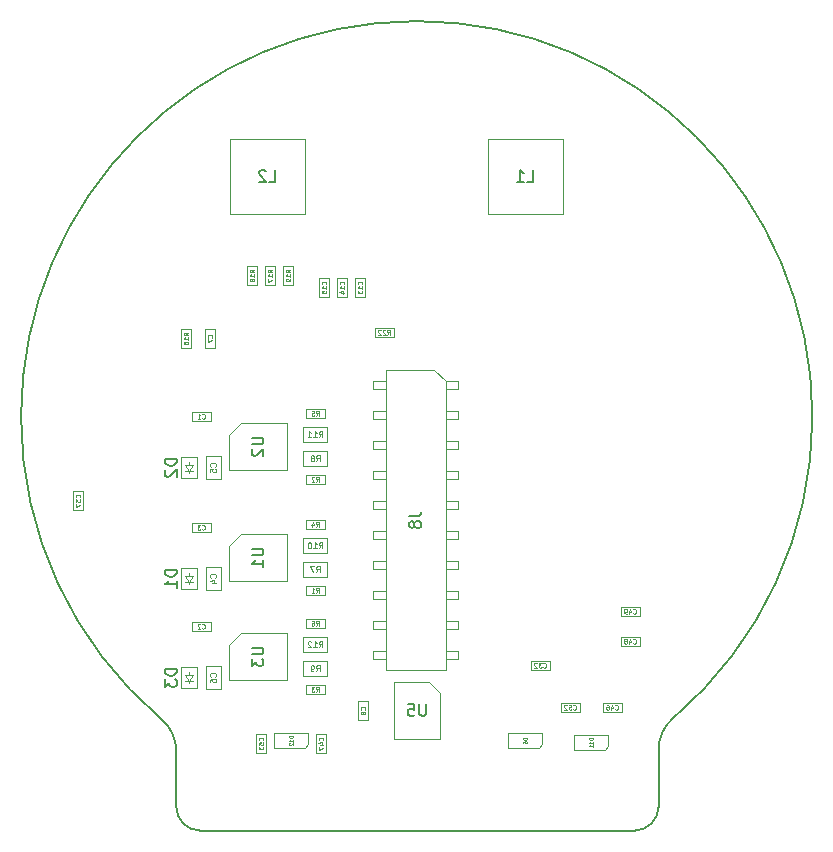
<source format=gbr>
%TF.GenerationSoftware,KiCad,Pcbnew,7.0.6*%
%TF.CreationDate,2024-03-18T21:13:24+03:00*%
%TF.ProjectId,_____ __________,1f3b3042-3020-4433-9f40-30323b353d38,rev?*%
%TF.SameCoordinates,Original*%
%TF.FileFunction,AssemblyDrawing,Bot*%
%FSLAX46Y46*%
G04 Gerber Fmt 4.6, Leading zero omitted, Abs format (unit mm)*
G04 Created by KiCad (PCBNEW 7.0.6) date 2024-03-18 21:13:24*
%MOMM*%
%LPD*%
G01*
G04 APERTURE LIST*
%ADD10C,0.060000*%
%ADD11C,0.150000*%
%ADD12C,0.080000*%
%ADD13C,0.050000*%
%ADD14C,0.100000*%
%TA.AperFunction,Profile*%
%ADD15C,0.200000*%
%TD*%
G04 APERTURE END LIST*
D10*
X146116666Y-110671927D02*
X146249999Y-110481451D01*
X146345237Y-110671927D02*
X146345237Y-110271927D01*
X146345237Y-110271927D02*
X146192856Y-110271927D01*
X146192856Y-110271927D02*
X146154761Y-110290975D01*
X146154761Y-110290975D02*
X146135714Y-110310022D01*
X146135714Y-110310022D02*
X146116666Y-110348118D01*
X146116666Y-110348118D02*
X146116666Y-110405260D01*
X146116666Y-110405260D02*
X146135714Y-110443356D01*
X146135714Y-110443356D02*
X146154761Y-110462403D01*
X146154761Y-110462403D02*
X146192856Y-110481451D01*
X146192856Y-110481451D02*
X146345237Y-110481451D01*
X145735714Y-110671927D02*
X145964285Y-110671927D01*
X145849999Y-110671927D02*
X145849999Y-110271927D01*
X145849999Y-110271927D02*
X145888095Y-110329070D01*
X145888095Y-110329070D02*
X145926190Y-110367165D01*
X145926190Y-110367165D02*
X145964285Y-110386213D01*
D11*
X155432666Y-120115566D02*
X155432666Y-120908900D01*
X155432666Y-120908900D02*
X155386000Y-121002233D01*
X155386000Y-121002233D02*
X155339333Y-121048900D01*
X155339333Y-121048900D02*
X155246000Y-121095566D01*
X155246000Y-121095566D02*
X155059333Y-121095566D01*
X155059333Y-121095566D02*
X154966000Y-121048900D01*
X154966000Y-121048900D02*
X154919333Y-121002233D01*
X154919333Y-121002233D02*
X154872666Y-120908900D01*
X154872666Y-120908900D02*
X154872666Y-120115566D01*
X153939333Y-120115566D02*
X154405999Y-120115566D01*
X154405999Y-120115566D02*
X154452666Y-120582233D01*
X154452666Y-120582233D02*
X154405999Y-120535566D01*
X154405999Y-120535566D02*
X154312666Y-120488900D01*
X154312666Y-120488900D02*
X154079333Y-120488900D01*
X154079333Y-120488900D02*
X153985999Y-120535566D01*
X153985999Y-120535566D02*
X153939333Y-120582233D01*
X153939333Y-120582233D02*
X153892666Y-120675566D01*
X153892666Y-120675566D02*
X153892666Y-120908900D01*
X153892666Y-120908900D02*
X153939333Y-121002233D01*
X153939333Y-121002233D02*
X153985999Y-121048900D01*
X153985999Y-121048900D02*
X154079333Y-121095566D01*
X154079333Y-121095566D02*
X154312666Y-121095566D01*
X154312666Y-121095566D02*
X154405999Y-121048900D01*
X154405999Y-121048900D02*
X154452666Y-121002233D01*
D12*
X146371428Y-97509149D02*
X146538094Y-97271054D01*
X146657142Y-97509149D02*
X146657142Y-97009149D01*
X146657142Y-97009149D02*
X146466666Y-97009149D01*
X146466666Y-97009149D02*
X146419047Y-97032959D01*
X146419047Y-97032959D02*
X146395237Y-97056768D01*
X146395237Y-97056768D02*
X146371428Y-97104387D01*
X146371428Y-97104387D02*
X146371428Y-97175816D01*
X146371428Y-97175816D02*
X146395237Y-97223435D01*
X146395237Y-97223435D02*
X146419047Y-97247244D01*
X146419047Y-97247244D02*
X146466666Y-97271054D01*
X146466666Y-97271054D02*
X146657142Y-97271054D01*
X145895237Y-97509149D02*
X146180951Y-97509149D01*
X146038094Y-97509149D02*
X146038094Y-97009149D01*
X146038094Y-97009149D02*
X146085713Y-97080578D01*
X146085713Y-97080578D02*
X146133332Y-97128197D01*
X146133332Y-97128197D02*
X146180951Y-97152006D01*
X145419047Y-97509149D02*
X145704761Y-97509149D01*
X145561904Y-97509149D02*
X145561904Y-97009149D01*
X145561904Y-97009149D02*
X145609523Y-97080578D01*
X145609523Y-97080578D02*
X145657142Y-97128197D01*
X145657142Y-97128197D02*
X145704761Y-97152006D01*
D10*
X137303832Y-89087333D02*
X137322880Y-89068285D01*
X137322880Y-89068285D02*
X137341927Y-89011143D01*
X137341927Y-89011143D02*
X137341927Y-88973047D01*
X137341927Y-88973047D02*
X137322880Y-88915904D01*
X137322880Y-88915904D02*
X137284784Y-88877809D01*
X137284784Y-88877809D02*
X137246689Y-88858762D01*
X137246689Y-88858762D02*
X137170499Y-88839714D01*
X137170499Y-88839714D02*
X137113356Y-88839714D01*
X137113356Y-88839714D02*
X137037165Y-88858762D01*
X137037165Y-88858762D02*
X136999070Y-88877809D01*
X136999070Y-88877809D02*
X136960975Y-88915904D01*
X136960975Y-88915904D02*
X136941927Y-88973047D01*
X136941927Y-88973047D02*
X136941927Y-89011143D01*
X136941927Y-89011143D02*
X136960975Y-89068285D01*
X136960975Y-89068285D02*
X136980022Y-89087333D01*
X136941927Y-89220666D02*
X136941927Y-89487333D01*
X136941927Y-89487333D02*
X137341927Y-89315904D01*
X141621832Y-123186857D02*
X141640880Y-123167809D01*
X141640880Y-123167809D02*
X141659927Y-123110667D01*
X141659927Y-123110667D02*
X141659927Y-123072571D01*
X141659927Y-123072571D02*
X141640880Y-123015428D01*
X141640880Y-123015428D02*
X141602784Y-122977333D01*
X141602784Y-122977333D02*
X141564689Y-122958286D01*
X141564689Y-122958286D02*
X141488499Y-122939238D01*
X141488499Y-122939238D02*
X141431356Y-122939238D01*
X141431356Y-122939238D02*
X141355165Y-122958286D01*
X141355165Y-122958286D02*
X141317070Y-122977333D01*
X141317070Y-122977333D02*
X141278975Y-123015428D01*
X141278975Y-123015428D02*
X141259927Y-123072571D01*
X141259927Y-123072571D02*
X141259927Y-123110667D01*
X141259927Y-123110667D02*
X141278975Y-123167809D01*
X141278975Y-123167809D02*
X141298022Y-123186857D01*
X141259927Y-123548762D02*
X141259927Y-123358286D01*
X141259927Y-123358286D02*
X141450403Y-123339238D01*
X141450403Y-123339238D02*
X141431356Y-123358286D01*
X141431356Y-123358286D02*
X141412308Y-123396381D01*
X141412308Y-123396381D02*
X141412308Y-123491619D01*
X141412308Y-123491619D02*
X141431356Y-123529714D01*
X141431356Y-123529714D02*
X141450403Y-123548762D01*
X141450403Y-123548762D02*
X141488499Y-123567809D01*
X141488499Y-123567809D02*
X141583737Y-123567809D01*
X141583737Y-123567809D02*
X141621832Y-123548762D01*
X141621832Y-123548762D02*
X141640880Y-123529714D01*
X141640880Y-123529714D02*
X141659927Y-123491619D01*
X141659927Y-123491619D02*
X141659927Y-123396381D01*
X141659927Y-123396381D02*
X141640880Y-123358286D01*
X141640880Y-123358286D02*
X141621832Y-123339238D01*
X141259927Y-123701142D02*
X141259927Y-123948761D01*
X141259927Y-123948761D02*
X141412308Y-123815428D01*
X141412308Y-123815428D02*
X141412308Y-123872571D01*
X141412308Y-123872571D02*
X141431356Y-123910666D01*
X141431356Y-123910666D02*
X141450403Y-123929714D01*
X141450403Y-123929714D02*
X141488499Y-123948761D01*
X141488499Y-123948761D02*
X141583737Y-123948761D01*
X141583737Y-123948761D02*
X141621832Y-123929714D01*
X141621832Y-123929714D02*
X141640880Y-123910666D01*
X141640880Y-123910666D02*
X141659927Y-123872571D01*
X141659927Y-123872571D02*
X141659927Y-123758285D01*
X141659927Y-123758285D02*
X141640880Y-123720190D01*
X141640880Y-123720190D02*
X141621832Y-123701142D01*
D11*
X140689566Y-115331333D02*
X141482900Y-115331333D01*
X141482900Y-115331333D02*
X141576233Y-115378000D01*
X141576233Y-115378000D02*
X141622900Y-115424666D01*
X141622900Y-115424666D02*
X141669566Y-115518000D01*
X141669566Y-115518000D02*
X141669566Y-115704666D01*
X141669566Y-115704666D02*
X141622900Y-115798000D01*
X141622900Y-115798000D02*
X141576233Y-115844666D01*
X141576233Y-115844666D02*
X141482900Y-115891333D01*
X141482900Y-115891333D02*
X140689566Y-115891333D01*
X140689566Y-116264667D02*
X140689566Y-116871333D01*
X140689566Y-116871333D02*
X141062900Y-116544667D01*
X141062900Y-116544667D02*
X141062900Y-116684667D01*
X141062900Y-116684667D02*
X141109566Y-116778000D01*
X141109566Y-116778000D02*
X141156233Y-116824667D01*
X141156233Y-116824667D02*
X141249566Y-116871333D01*
X141249566Y-116871333D02*
X141482900Y-116871333D01*
X141482900Y-116871333D02*
X141576233Y-116824667D01*
X141576233Y-116824667D02*
X141622900Y-116778000D01*
X141622900Y-116778000D02*
X141669566Y-116684667D01*
X141669566Y-116684667D02*
X141669566Y-116404667D01*
X141669566Y-116404667D02*
X141622900Y-116311333D01*
X141622900Y-116311333D02*
X141576233Y-116264667D01*
D12*
X146371428Y-106907149D02*
X146538094Y-106669054D01*
X146657142Y-106907149D02*
X146657142Y-106407149D01*
X146657142Y-106407149D02*
X146466666Y-106407149D01*
X146466666Y-106407149D02*
X146419047Y-106430959D01*
X146419047Y-106430959D02*
X146395237Y-106454768D01*
X146395237Y-106454768D02*
X146371428Y-106502387D01*
X146371428Y-106502387D02*
X146371428Y-106573816D01*
X146371428Y-106573816D02*
X146395237Y-106621435D01*
X146395237Y-106621435D02*
X146419047Y-106645244D01*
X146419047Y-106645244D02*
X146466666Y-106669054D01*
X146466666Y-106669054D02*
X146657142Y-106669054D01*
X145895237Y-106907149D02*
X146180951Y-106907149D01*
X146038094Y-106907149D02*
X146038094Y-106407149D01*
X146038094Y-106407149D02*
X146085713Y-106478578D01*
X146085713Y-106478578D02*
X146133332Y-106526197D01*
X146133332Y-106526197D02*
X146180951Y-106550006D01*
X145585714Y-106407149D02*
X145538095Y-106407149D01*
X145538095Y-106407149D02*
X145490476Y-106430959D01*
X145490476Y-106430959D02*
X145466666Y-106454768D01*
X145466666Y-106454768D02*
X145442857Y-106502387D01*
X145442857Y-106502387D02*
X145419047Y-106597625D01*
X145419047Y-106597625D02*
X145419047Y-106716673D01*
X145419047Y-106716673D02*
X145442857Y-106811911D01*
X145442857Y-106811911D02*
X145466666Y-106859530D01*
X145466666Y-106859530D02*
X145490476Y-106883340D01*
X145490476Y-106883340D02*
X145538095Y-106907149D01*
X145538095Y-106907149D02*
X145585714Y-106907149D01*
X145585714Y-106907149D02*
X145633333Y-106883340D01*
X145633333Y-106883340D02*
X145657142Y-106859530D01*
X145657142Y-106859530D02*
X145680952Y-106811911D01*
X145680952Y-106811911D02*
X145704761Y-106716673D01*
X145704761Y-106716673D02*
X145704761Y-106597625D01*
X145704761Y-106597625D02*
X145680952Y-106502387D01*
X145680952Y-106502387D02*
X145657142Y-106454768D01*
X145657142Y-106454768D02*
X145633333Y-106430959D01*
X145633333Y-106430959D02*
X145585714Y-106407149D01*
D10*
X146116666Y-113465927D02*
X146249999Y-113275451D01*
X146345237Y-113465927D02*
X146345237Y-113065927D01*
X146345237Y-113065927D02*
X146192856Y-113065927D01*
X146192856Y-113065927D02*
X146154761Y-113084975D01*
X146154761Y-113084975D02*
X146135714Y-113104022D01*
X146135714Y-113104022D02*
X146116666Y-113142118D01*
X146116666Y-113142118D02*
X146116666Y-113199260D01*
X146116666Y-113199260D02*
X146135714Y-113237356D01*
X146135714Y-113237356D02*
X146154761Y-113256403D01*
X146154761Y-113256403D02*
X146192856Y-113275451D01*
X146192856Y-113275451D02*
X146345237Y-113275451D01*
X145773809Y-113065927D02*
X145849999Y-113065927D01*
X145849999Y-113065927D02*
X145888095Y-113084975D01*
X145888095Y-113084975D02*
X145907142Y-113104022D01*
X145907142Y-113104022D02*
X145945237Y-113161165D01*
X145945237Y-113161165D02*
X145964285Y-113237356D01*
X145964285Y-113237356D02*
X145964285Y-113389737D01*
X145964285Y-113389737D02*
X145945237Y-113427832D01*
X145945237Y-113427832D02*
X145926190Y-113446880D01*
X145926190Y-113446880D02*
X145888095Y-113465927D01*
X145888095Y-113465927D02*
X145811904Y-113465927D01*
X145811904Y-113465927D02*
X145773809Y-113446880D01*
X145773809Y-113446880D02*
X145754761Y-113427832D01*
X145754761Y-113427832D02*
X145735714Y-113389737D01*
X145735714Y-113389737D02*
X145735714Y-113294499D01*
X145735714Y-113294499D02*
X145754761Y-113256403D01*
X145754761Y-113256403D02*
X145773809Y-113237356D01*
X145773809Y-113237356D02*
X145811904Y-113218308D01*
X145811904Y-113218308D02*
X145888095Y-113218308D01*
X145888095Y-113218308D02*
X145926190Y-113237356D01*
X145926190Y-113237356D02*
X145945237Y-113256403D01*
X145945237Y-113256403D02*
X145964285Y-113294499D01*
D11*
X142152666Y-75892819D02*
X142628856Y-75892819D01*
X142628856Y-75892819D02*
X142628856Y-74892819D01*
X141866951Y-74988057D02*
X141819332Y-74940438D01*
X141819332Y-74940438D02*
X141724094Y-74892819D01*
X141724094Y-74892819D02*
X141485999Y-74892819D01*
X141485999Y-74892819D02*
X141390761Y-74940438D01*
X141390761Y-74940438D02*
X141343142Y-74988057D01*
X141343142Y-74988057D02*
X141295523Y-75083295D01*
X141295523Y-75083295D02*
X141295523Y-75178533D01*
X141295523Y-75178533D02*
X141343142Y-75321390D01*
X141343142Y-75321390D02*
X141914570Y-75892819D01*
X141914570Y-75892819D02*
X141295523Y-75892819D01*
D12*
X146133333Y-108939149D02*
X146299999Y-108701054D01*
X146419047Y-108939149D02*
X146419047Y-108439149D01*
X146419047Y-108439149D02*
X146228571Y-108439149D01*
X146228571Y-108439149D02*
X146180952Y-108462959D01*
X146180952Y-108462959D02*
X146157142Y-108486768D01*
X146157142Y-108486768D02*
X146133333Y-108534387D01*
X146133333Y-108534387D02*
X146133333Y-108605816D01*
X146133333Y-108605816D02*
X146157142Y-108653435D01*
X146157142Y-108653435D02*
X146180952Y-108677244D01*
X146180952Y-108677244D02*
X146228571Y-108701054D01*
X146228571Y-108701054D02*
X146419047Y-108701054D01*
X145966666Y-108439149D02*
X145633333Y-108439149D01*
X145633333Y-108439149D02*
X145847618Y-108939149D01*
D10*
X172977142Y-114951832D02*
X172996190Y-114970880D01*
X172996190Y-114970880D02*
X173053332Y-114989927D01*
X173053332Y-114989927D02*
X173091428Y-114989927D01*
X173091428Y-114989927D02*
X173148571Y-114970880D01*
X173148571Y-114970880D02*
X173186666Y-114932784D01*
X173186666Y-114932784D02*
X173205713Y-114894689D01*
X173205713Y-114894689D02*
X173224761Y-114818499D01*
X173224761Y-114818499D02*
X173224761Y-114761356D01*
X173224761Y-114761356D02*
X173205713Y-114685165D01*
X173205713Y-114685165D02*
X173186666Y-114647070D01*
X173186666Y-114647070D02*
X173148571Y-114608975D01*
X173148571Y-114608975D02*
X173091428Y-114589927D01*
X173091428Y-114589927D02*
X173053332Y-114589927D01*
X173053332Y-114589927D02*
X172996190Y-114608975D01*
X172996190Y-114608975D02*
X172977142Y-114628022D01*
X172634285Y-114723260D02*
X172634285Y-114989927D01*
X172729523Y-114570880D02*
X172824761Y-114856594D01*
X172824761Y-114856594D02*
X172577142Y-114856594D01*
X172367619Y-114761356D02*
X172405714Y-114742308D01*
X172405714Y-114742308D02*
X172424761Y-114723260D01*
X172424761Y-114723260D02*
X172443809Y-114685165D01*
X172443809Y-114685165D02*
X172443809Y-114666118D01*
X172443809Y-114666118D02*
X172424761Y-114628022D01*
X172424761Y-114628022D02*
X172405714Y-114608975D01*
X172405714Y-114608975D02*
X172367619Y-114589927D01*
X172367619Y-114589927D02*
X172291428Y-114589927D01*
X172291428Y-114589927D02*
X172253333Y-114608975D01*
X172253333Y-114608975D02*
X172234285Y-114628022D01*
X172234285Y-114628022D02*
X172215238Y-114666118D01*
X172215238Y-114666118D02*
X172215238Y-114685165D01*
X172215238Y-114685165D02*
X172234285Y-114723260D01*
X172234285Y-114723260D02*
X172253333Y-114742308D01*
X172253333Y-114742308D02*
X172291428Y-114761356D01*
X172291428Y-114761356D02*
X172367619Y-114761356D01*
X172367619Y-114761356D02*
X172405714Y-114780403D01*
X172405714Y-114780403D02*
X172424761Y-114799451D01*
X172424761Y-114799451D02*
X172443809Y-114837546D01*
X172443809Y-114837546D02*
X172443809Y-114913737D01*
X172443809Y-114913737D02*
X172424761Y-114951832D01*
X172424761Y-114951832D02*
X172405714Y-114970880D01*
X172405714Y-114970880D02*
X172367619Y-114989927D01*
X172367619Y-114989927D02*
X172291428Y-114989927D01*
X172291428Y-114989927D02*
X172253333Y-114970880D01*
X172253333Y-114970880D02*
X172234285Y-114951832D01*
X172234285Y-114951832D02*
X172215238Y-114913737D01*
X172215238Y-114913737D02*
X172215238Y-114837546D01*
X172215238Y-114837546D02*
X172234285Y-114799451D01*
X172234285Y-114799451D02*
X172253333Y-114780403D01*
X172253333Y-114780403D02*
X172291428Y-114761356D01*
X142421927Y-83562857D02*
X142231451Y-83429524D01*
X142421927Y-83334286D02*
X142021927Y-83334286D01*
X142021927Y-83334286D02*
X142021927Y-83486667D01*
X142021927Y-83486667D02*
X142040975Y-83524762D01*
X142040975Y-83524762D02*
X142060022Y-83543809D01*
X142060022Y-83543809D02*
X142098118Y-83562857D01*
X142098118Y-83562857D02*
X142155260Y-83562857D01*
X142155260Y-83562857D02*
X142193356Y-83543809D01*
X142193356Y-83543809D02*
X142212403Y-83524762D01*
X142212403Y-83524762D02*
X142231451Y-83486667D01*
X142231451Y-83486667D02*
X142231451Y-83334286D01*
X142421927Y-83943809D02*
X142421927Y-83715238D01*
X142421927Y-83829524D02*
X142021927Y-83829524D01*
X142021927Y-83829524D02*
X142079070Y-83791428D01*
X142079070Y-83791428D02*
X142117165Y-83753333D01*
X142117165Y-83753333D02*
X142136213Y-83715238D01*
X142021927Y-84077142D02*
X142021927Y-84343809D01*
X142021927Y-84343809D02*
X142421927Y-84172380D01*
X167897142Y-120539832D02*
X167916190Y-120558880D01*
X167916190Y-120558880D02*
X167973332Y-120577927D01*
X167973332Y-120577927D02*
X168011428Y-120577927D01*
X168011428Y-120577927D02*
X168068571Y-120558880D01*
X168068571Y-120558880D02*
X168106666Y-120520784D01*
X168106666Y-120520784D02*
X168125713Y-120482689D01*
X168125713Y-120482689D02*
X168144761Y-120406499D01*
X168144761Y-120406499D02*
X168144761Y-120349356D01*
X168144761Y-120349356D02*
X168125713Y-120273165D01*
X168125713Y-120273165D02*
X168106666Y-120235070D01*
X168106666Y-120235070D02*
X168068571Y-120196975D01*
X168068571Y-120196975D02*
X168011428Y-120177927D01*
X168011428Y-120177927D02*
X167973332Y-120177927D01*
X167973332Y-120177927D02*
X167916190Y-120196975D01*
X167916190Y-120196975D02*
X167897142Y-120216022D01*
X167535237Y-120177927D02*
X167725713Y-120177927D01*
X167725713Y-120177927D02*
X167744761Y-120368403D01*
X167744761Y-120368403D02*
X167725713Y-120349356D01*
X167725713Y-120349356D02*
X167687618Y-120330308D01*
X167687618Y-120330308D02*
X167592380Y-120330308D01*
X167592380Y-120330308D02*
X167554285Y-120349356D01*
X167554285Y-120349356D02*
X167535237Y-120368403D01*
X167535237Y-120368403D02*
X167516190Y-120406499D01*
X167516190Y-120406499D02*
X167516190Y-120501737D01*
X167516190Y-120501737D02*
X167535237Y-120539832D01*
X167535237Y-120539832D02*
X167554285Y-120558880D01*
X167554285Y-120558880D02*
X167592380Y-120577927D01*
X167592380Y-120577927D02*
X167687618Y-120577927D01*
X167687618Y-120577927D02*
X167725713Y-120558880D01*
X167725713Y-120558880D02*
X167744761Y-120539832D01*
X167363809Y-120216022D02*
X167344761Y-120196975D01*
X167344761Y-120196975D02*
X167306666Y-120177927D01*
X167306666Y-120177927D02*
X167211428Y-120177927D01*
X167211428Y-120177927D02*
X167173333Y-120196975D01*
X167173333Y-120196975D02*
X167154285Y-120216022D01*
X167154285Y-120216022D02*
X167135238Y-120254118D01*
X167135238Y-120254118D02*
X167135238Y-120292213D01*
X167135238Y-120292213D02*
X167154285Y-120349356D01*
X167154285Y-120349356D02*
X167382857Y-120577927D01*
X167382857Y-120577927D02*
X167135238Y-120577927D01*
D13*
X169563438Y-122976928D02*
X169243438Y-122976928D01*
X169243438Y-122976928D02*
X169243438Y-123053118D01*
X169243438Y-123053118D02*
X169258676Y-123098833D01*
X169258676Y-123098833D02*
X169289152Y-123129309D01*
X169289152Y-123129309D02*
X169319628Y-123144547D01*
X169319628Y-123144547D02*
X169380580Y-123159785D01*
X169380580Y-123159785D02*
X169426295Y-123159785D01*
X169426295Y-123159785D02*
X169487247Y-123144547D01*
X169487247Y-123144547D02*
X169517723Y-123129309D01*
X169517723Y-123129309D02*
X169548200Y-123098833D01*
X169548200Y-123098833D02*
X169563438Y-123053118D01*
X169563438Y-123053118D02*
X169563438Y-122976928D01*
X169563438Y-123464547D02*
X169563438Y-123281690D01*
X169563438Y-123373118D02*
X169243438Y-123373118D01*
X169243438Y-123373118D02*
X169289152Y-123342642D01*
X169289152Y-123342642D02*
X169319628Y-123312166D01*
X169319628Y-123312166D02*
X169334866Y-123281690D01*
X169563438Y-123769309D02*
X169563438Y-123586452D01*
X169563438Y-123677880D02*
X169243438Y-123677880D01*
X169243438Y-123677880D02*
X169289152Y-123647404D01*
X169289152Y-123647404D02*
X169319628Y-123616928D01*
X169319628Y-123616928D02*
X169334866Y-123586452D01*
D10*
X135309927Y-88896857D02*
X135119451Y-88763524D01*
X135309927Y-88668286D02*
X134909927Y-88668286D01*
X134909927Y-88668286D02*
X134909927Y-88820667D01*
X134909927Y-88820667D02*
X134928975Y-88858762D01*
X134928975Y-88858762D02*
X134948022Y-88877809D01*
X134948022Y-88877809D02*
X134986118Y-88896857D01*
X134986118Y-88896857D02*
X135043260Y-88896857D01*
X135043260Y-88896857D02*
X135081356Y-88877809D01*
X135081356Y-88877809D02*
X135100403Y-88858762D01*
X135100403Y-88858762D02*
X135119451Y-88820667D01*
X135119451Y-88820667D02*
X135119451Y-88668286D01*
X135309927Y-89277809D02*
X135309927Y-89049238D01*
X135309927Y-89163524D02*
X134909927Y-89163524D01*
X134909927Y-89163524D02*
X134967070Y-89125428D01*
X134967070Y-89125428D02*
X135005165Y-89087333D01*
X135005165Y-89087333D02*
X135024213Y-89049238D01*
X134909927Y-89620666D02*
X134909927Y-89544476D01*
X134909927Y-89544476D02*
X134928975Y-89506380D01*
X134928975Y-89506380D02*
X134948022Y-89487333D01*
X134948022Y-89487333D02*
X135005165Y-89449238D01*
X135005165Y-89449238D02*
X135081356Y-89430190D01*
X135081356Y-89430190D02*
X135233737Y-89430190D01*
X135233737Y-89430190D02*
X135271832Y-89449238D01*
X135271832Y-89449238D02*
X135290880Y-89468285D01*
X135290880Y-89468285D02*
X135309927Y-89506380D01*
X135309927Y-89506380D02*
X135309927Y-89582571D01*
X135309927Y-89582571D02*
X135290880Y-89620666D01*
X135290880Y-89620666D02*
X135271832Y-89639714D01*
X135271832Y-89639714D02*
X135233737Y-89658761D01*
X135233737Y-89658761D02*
X135138499Y-89658761D01*
X135138499Y-89658761D02*
X135100403Y-89639714D01*
X135100403Y-89639714D02*
X135081356Y-89620666D01*
X135081356Y-89620666D02*
X135062308Y-89582571D01*
X135062308Y-89582571D02*
X135062308Y-89506380D01*
X135062308Y-89506380D02*
X135081356Y-89468285D01*
X135081356Y-89468285D02*
X135100403Y-89449238D01*
X135100403Y-89449238D02*
X135138499Y-89430190D01*
D11*
X140689566Y-106949333D02*
X141482900Y-106949333D01*
X141482900Y-106949333D02*
X141576233Y-106996000D01*
X141576233Y-106996000D02*
X141622900Y-107042666D01*
X141622900Y-107042666D02*
X141669566Y-107136000D01*
X141669566Y-107136000D02*
X141669566Y-107322666D01*
X141669566Y-107322666D02*
X141622900Y-107416000D01*
X141622900Y-107416000D02*
X141576233Y-107462666D01*
X141576233Y-107462666D02*
X141482900Y-107509333D01*
X141482900Y-107509333D02*
X140689566Y-107509333D01*
X141669566Y-108489333D02*
X141669566Y-107929333D01*
X141669566Y-108209333D02*
X140689566Y-108209333D01*
X140689566Y-108209333D02*
X140829566Y-108116000D01*
X140829566Y-108116000D02*
X140922900Y-108022667D01*
X140922900Y-108022667D02*
X140969566Y-107929333D01*
X134312819Y-99337905D02*
X133312819Y-99337905D01*
X133312819Y-99337905D02*
X133312819Y-99576000D01*
X133312819Y-99576000D02*
X133360438Y-99718857D01*
X133360438Y-99718857D02*
X133455676Y-99814095D01*
X133455676Y-99814095D02*
X133550914Y-99861714D01*
X133550914Y-99861714D02*
X133741390Y-99909333D01*
X133741390Y-99909333D02*
X133884247Y-99909333D01*
X133884247Y-99909333D02*
X134074723Y-99861714D01*
X134074723Y-99861714D02*
X134169961Y-99814095D01*
X134169961Y-99814095D02*
X134265200Y-99718857D01*
X134265200Y-99718857D02*
X134312819Y-99576000D01*
X134312819Y-99576000D02*
X134312819Y-99337905D01*
X133408057Y-100290286D02*
X133360438Y-100337905D01*
X133360438Y-100337905D02*
X133312819Y-100433143D01*
X133312819Y-100433143D02*
X133312819Y-100671238D01*
X133312819Y-100671238D02*
X133360438Y-100766476D01*
X133360438Y-100766476D02*
X133408057Y-100814095D01*
X133408057Y-100814095D02*
X133503295Y-100861714D01*
X133503295Y-100861714D02*
X133598533Y-100861714D01*
X133598533Y-100861714D02*
X133741390Y-100814095D01*
X133741390Y-100814095D02*
X134312819Y-100242667D01*
X134312819Y-100242667D02*
X134312819Y-100861714D01*
D10*
X136486166Y-95901832D02*
X136505214Y-95920880D01*
X136505214Y-95920880D02*
X136562356Y-95939927D01*
X136562356Y-95939927D02*
X136600452Y-95939927D01*
X136600452Y-95939927D02*
X136657595Y-95920880D01*
X136657595Y-95920880D02*
X136695690Y-95882784D01*
X136695690Y-95882784D02*
X136714737Y-95844689D01*
X136714737Y-95844689D02*
X136733785Y-95768499D01*
X136733785Y-95768499D02*
X136733785Y-95711356D01*
X136733785Y-95711356D02*
X136714737Y-95635165D01*
X136714737Y-95635165D02*
X136695690Y-95597070D01*
X136695690Y-95597070D02*
X136657595Y-95558975D01*
X136657595Y-95558975D02*
X136600452Y-95539927D01*
X136600452Y-95539927D02*
X136562356Y-95539927D01*
X136562356Y-95539927D02*
X136505214Y-95558975D01*
X136505214Y-95558975D02*
X136486166Y-95578022D01*
X136105214Y-95939927D02*
X136333785Y-95939927D01*
X136219499Y-95939927D02*
X136219499Y-95539927D01*
X136219499Y-95539927D02*
X136257595Y-95597070D01*
X136257595Y-95597070D02*
X136295690Y-95635165D01*
X136295690Y-95635165D02*
X136333785Y-95654213D01*
X146701832Y-123186857D02*
X146720880Y-123167809D01*
X146720880Y-123167809D02*
X146739927Y-123110667D01*
X146739927Y-123110667D02*
X146739927Y-123072571D01*
X146739927Y-123072571D02*
X146720880Y-123015428D01*
X146720880Y-123015428D02*
X146682784Y-122977333D01*
X146682784Y-122977333D02*
X146644689Y-122958286D01*
X146644689Y-122958286D02*
X146568499Y-122939238D01*
X146568499Y-122939238D02*
X146511356Y-122939238D01*
X146511356Y-122939238D02*
X146435165Y-122958286D01*
X146435165Y-122958286D02*
X146397070Y-122977333D01*
X146397070Y-122977333D02*
X146358975Y-123015428D01*
X146358975Y-123015428D02*
X146339927Y-123072571D01*
X146339927Y-123072571D02*
X146339927Y-123110667D01*
X146339927Y-123110667D02*
X146358975Y-123167809D01*
X146358975Y-123167809D02*
X146378022Y-123186857D01*
X146473260Y-123529714D02*
X146739927Y-123529714D01*
X146320880Y-123434476D02*
X146606594Y-123339238D01*
X146606594Y-123339238D02*
X146606594Y-123586857D01*
X146339927Y-123701142D02*
X146339927Y-123967809D01*
X146339927Y-123967809D02*
X146739927Y-123796380D01*
X136464666Y-113681832D02*
X136483714Y-113700880D01*
X136483714Y-113700880D02*
X136540856Y-113719927D01*
X136540856Y-113719927D02*
X136578952Y-113719927D01*
X136578952Y-113719927D02*
X136636095Y-113700880D01*
X136636095Y-113700880D02*
X136674190Y-113662784D01*
X136674190Y-113662784D02*
X136693237Y-113624689D01*
X136693237Y-113624689D02*
X136712285Y-113548499D01*
X136712285Y-113548499D02*
X136712285Y-113491356D01*
X136712285Y-113491356D02*
X136693237Y-113415165D01*
X136693237Y-113415165D02*
X136674190Y-113377070D01*
X136674190Y-113377070D02*
X136636095Y-113338975D01*
X136636095Y-113338975D02*
X136578952Y-113319927D01*
X136578952Y-113319927D02*
X136540856Y-113319927D01*
X136540856Y-113319927D02*
X136483714Y-113338975D01*
X136483714Y-113338975D02*
X136464666Y-113358022D01*
X136312285Y-113358022D02*
X136293237Y-113338975D01*
X136293237Y-113338975D02*
X136255142Y-113319927D01*
X136255142Y-113319927D02*
X136159904Y-113319927D01*
X136159904Y-113319927D02*
X136121809Y-113338975D01*
X136121809Y-113338975D02*
X136102761Y-113358022D01*
X136102761Y-113358022D02*
X136083714Y-113396118D01*
X136083714Y-113396118D02*
X136083714Y-113434213D01*
X136083714Y-113434213D02*
X136102761Y-113491356D01*
X136102761Y-113491356D02*
X136331333Y-113719927D01*
X136331333Y-113719927D02*
X136083714Y-113719927D01*
D12*
X146133333Y-117321149D02*
X146299999Y-117083054D01*
X146419047Y-117321149D02*
X146419047Y-116821149D01*
X146419047Y-116821149D02*
X146228571Y-116821149D01*
X146228571Y-116821149D02*
X146180952Y-116844959D01*
X146180952Y-116844959D02*
X146157142Y-116868768D01*
X146157142Y-116868768D02*
X146133333Y-116916387D01*
X146133333Y-116916387D02*
X146133333Y-116987816D01*
X146133333Y-116987816D02*
X146157142Y-117035435D01*
X146157142Y-117035435D02*
X146180952Y-117059244D01*
X146180952Y-117059244D02*
X146228571Y-117083054D01*
X146228571Y-117083054D02*
X146419047Y-117083054D01*
X145895237Y-117321149D02*
X145799999Y-117321149D01*
X145799999Y-117321149D02*
X145752380Y-117297340D01*
X145752380Y-117297340D02*
X145728571Y-117273530D01*
X145728571Y-117273530D02*
X145680952Y-117202101D01*
X145680952Y-117202101D02*
X145657142Y-117106863D01*
X145657142Y-117106863D02*
X145657142Y-116916387D01*
X145657142Y-116916387D02*
X145680952Y-116868768D01*
X145680952Y-116868768D02*
X145704761Y-116844959D01*
X145704761Y-116844959D02*
X145752380Y-116821149D01*
X145752380Y-116821149D02*
X145847618Y-116821149D01*
X145847618Y-116821149D02*
X145895237Y-116844959D01*
X145895237Y-116844959D02*
X145919047Y-116868768D01*
X145919047Y-116868768D02*
X145942856Y-116916387D01*
X145942856Y-116916387D02*
X145942856Y-117035435D01*
X145942856Y-117035435D02*
X145919047Y-117083054D01*
X145919047Y-117083054D02*
X145895237Y-117106863D01*
X145895237Y-117106863D02*
X145847618Y-117130673D01*
X145847618Y-117130673D02*
X145752380Y-117130673D01*
X145752380Y-117130673D02*
X145704761Y-117106863D01*
X145704761Y-117106863D02*
X145680952Y-117083054D01*
X145680952Y-117083054D02*
X145657142Y-117035435D01*
X137593530Y-117772666D02*
X137617340Y-117748857D01*
X137617340Y-117748857D02*
X137641149Y-117677428D01*
X137641149Y-117677428D02*
X137641149Y-117629809D01*
X137641149Y-117629809D02*
X137617340Y-117558381D01*
X137617340Y-117558381D02*
X137569720Y-117510762D01*
X137569720Y-117510762D02*
X137522101Y-117486952D01*
X137522101Y-117486952D02*
X137426863Y-117463143D01*
X137426863Y-117463143D02*
X137355435Y-117463143D01*
X137355435Y-117463143D02*
X137260197Y-117486952D01*
X137260197Y-117486952D02*
X137212578Y-117510762D01*
X137212578Y-117510762D02*
X137164959Y-117558381D01*
X137164959Y-117558381D02*
X137141149Y-117629809D01*
X137141149Y-117629809D02*
X137141149Y-117677428D01*
X137141149Y-117677428D02*
X137164959Y-117748857D01*
X137164959Y-117748857D02*
X137188768Y-117772666D01*
X137141149Y-118201238D02*
X137141149Y-118106000D01*
X137141149Y-118106000D02*
X137164959Y-118058381D01*
X137164959Y-118058381D02*
X137188768Y-118034571D01*
X137188768Y-118034571D02*
X137260197Y-117986952D01*
X137260197Y-117986952D02*
X137355435Y-117963143D01*
X137355435Y-117963143D02*
X137545911Y-117963143D01*
X137545911Y-117963143D02*
X137593530Y-117986952D01*
X137593530Y-117986952D02*
X137617340Y-118010762D01*
X137617340Y-118010762D02*
X137641149Y-118058381D01*
X137641149Y-118058381D02*
X137641149Y-118153619D01*
X137641149Y-118153619D02*
X137617340Y-118201238D01*
X137617340Y-118201238D02*
X137593530Y-118225047D01*
X137593530Y-118225047D02*
X137545911Y-118248857D01*
X137545911Y-118248857D02*
X137426863Y-118248857D01*
X137426863Y-118248857D02*
X137379244Y-118225047D01*
X137379244Y-118225047D02*
X137355435Y-118201238D01*
X137355435Y-118201238D02*
X137331625Y-118153619D01*
X137331625Y-118153619D02*
X137331625Y-118058381D01*
X137331625Y-118058381D02*
X137355435Y-118010762D01*
X137355435Y-118010762D02*
X137379244Y-117986952D01*
X137379244Y-117986952D02*
X137426863Y-117963143D01*
D13*
X144163438Y-122801428D02*
X143843438Y-122801428D01*
X143843438Y-122801428D02*
X143843438Y-122877618D01*
X143843438Y-122877618D02*
X143858676Y-122923333D01*
X143858676Y-122923333D02*
X143889152Y-122953809D01*
X143889152Y-122953809D02*
X143919628Y-122969047D01*
X143919628Y-122969047D02*
X143980580Y-122984285D01*
X143980580Y-122984285D02*
X144026295Y-122984285D01*
X144026295Y-122984285D02*
X144087247Y-122969047D01*
X144087247Y-122969047D02*
X144117723Y-122953809D01*
X144117723Y-122953809D02*
X144148200Y-122923333D01*
X144148200Y-122923333D02*
X144163438Y-122877618D01*
X144163438Y-122877618D02*
X144163438Y-122801428D01*
X144163438Y-123289047D02*
X144163438Y-123106190D01*
X144163438Y-123197618D02*
X143843438Y-123197618D01*
X143843438Y-123197618D02*
X143889152Y-123167142D01*
X143889152Y-123167142D02*
X143919628Y-123136666D01*
X143919628Y-123136666D02*
X143934866Y-123106190D01*
X143873914Y-123410952D02*
X143858676Y-123426190D01*
X143858676Y-123426190D02*
X143843438Y-123456666D01*
X143843438Y-123456666D02*
X143843438Y-123532857D01*
X143843438Y-123532857D02*
X143858676Y-123563333D01*
X143858676Y-123563333D02*
X143873914Y-123578571D01*
X143873914Y-123578571D02*
X143904390Y-123593809D01*
X143904390Y-123593809D02*
X143934866Y-123593809D01*
X143934866Y-123593809D02*
X143980580Y-123578571D01*
X143980580Y-123578571D02*
X144163438Y-123395714D01*
X144163438Y-123395714D02*
X144163438Y-123593809D01*
D12*
X146133333Y-99541149D02*
X146299999Y-99303054D01*
X146419047Y-99541149D02*
X146419047Y-99041149D01*
X146419047Y-99041149D02*
X146228571Y-99041149D01*
X146228571Y-99041149D02*
X146180952Y-99064959D01*
X146180952Y-99064959D02*
X146157142Y-99088768D01*
X146157142Y-99088768D02*
X146133333Y-99136387D01*
X146133333Y-99136387D02*
X146133333Y-99207816D01*
X146133333Y-99207816D02*
X146157142Y-99255435D01*
X146157142Y-99255435D02*
X146180952Y-99279244D01*
X146180952Y-99279244D02*
X146228571Y-99303054D01*
X146228571Y-99303054D02*
X146419047Y-99303054D01*
X145847618Y-99255435D02*
X145895237Y-99231625D01*
X145895237Y-99231625D02*
X145919047Y-99207816D01*
X145919047Y-99207816D02*
X145942856Y-99160197D01*
X145942856Y-99160197D02*
X145942856Y-99136387D01*
X145942856Y-99136387D02*
X145919047Y-99088768D01*
X145919047Y-99088768D02*
X145895237Y-99064959D01*
X145895237Y-99064959D02*
X145847618Y-99041149D01*
X145847618Y-99041149D02*
X145752380Y-99041149D01*
X145752380Y-99041149D02*
X145704761Y-99064959D01*
X145704761Y-99064959D02*
X145680952Y-99088768D01*
X145680952Y-99088768D02*
X145657142Y-99136387D01*
X145657142Y-99136387D02*
X145657142Y-99160197D01*
X145657142Y-99160197D02*
X145680952Y-99207816D01*
X145680952Y-99207816D02*
X145704761Y-99231625D01*
X145704761Y-99231625D02*
X145752380Y-99255435D01*
X145752380Y-99255435D02*
X145847618Y-99255435D01*
X145847618Y-99255435D02*
X145895237Y-99279244D01*
X145895237Y-99279244D02*
X145919047Y-99303054D01*
X145919047Y-99303054D02*
X145942856Y-99350673D01*
X145942856Y-99350673D02*
X145942856Y-99445911D01*
X145942856Y-99445911D02*
X145919047Y-99493530D01*
X145919047Y-99493530D02*
X145895237Y-99517340D01*
X145895237Y-99517340D02*
X145847618Y-99541149D01*
X145847618Y-99541149D02*
X145752380Y-99541149D01*
X145752380Y-99541149D02*
X145704761Y-99517340D01*
X145704761Y-99517340D02*
X145680952Y-99493530D01*
X145680952Y-99493530D02*
X145657142Y-99445911D01*
X145657142Y-99445911D02*
X145657142Y-99350673D01*
X145657142Y-99350673D02*
X145680952Y-99303054D01*
X145680952Y-99303054D02*
X145704761Y-99279244D01*
X145704761Y-99279244D02*
X145752380Y-99255435D01*
D11*
X134312819Y-117117905D02*
X133312819Y-117117905D01*
X133312819Y-117117905D02*
X133312819Y-117356000D01*
X133312819Y-117356000D02*
X133360438Y-117498857D01*
X133360438Y-117498857D02*
X133455676Y-117594095D01*
X133455676Y-117594095D02*
X133550914Y-117641714D01*
X133550914Y-117641714D02*
X133741390Y-117689333D01*
X133741390Y-117689333D02*
X133884247Y-117689333D01*
X133884247Y-117689333D02*
X134074723Y-117641714D01*
X134074723Y-117641714D02*
X134169961Y-117594095D01*
X134169961Y-117594095D02*
X134265200Y-117498857D01*
X134265200Y-117498857D02*
X134312819Y-117356000D01*
X134312819Y-117356000D02*
X134312819Y-117117905D01*
X133312819Y-118022667D02*
X133312819Y-118641714D01*
X133312819Y-118641714D02*
X133693771Y-118308381D01*
X133693771Y-118308381D02*
X133693771Y-118451238D01*
X133693771Y-118451238D02*
X133741390Y-118546476D01*
X133741390Y-118546476D02*
X133789009Y-118594095D01*
X133789009Y-118594095D02*
X133884247Y-118641714D01*
X133884247Y-118641714D02*
X134122342Y-118641714D01*
X134122342Y-118641714D02*
X134217580Y-118594095D01*
X134217580Y-118594095D02*
X134265200Y-118546476D01*
X134265200Y-118546476D02*
X134312819Y-118451238D01*
X134312819Y-118451238D02*
X134312819Y-118165524D01*
X134312819Y-118165524D02*
X134265200Y-118070286D01*
X134265200Y-118070286D02*
X134217580Y-118022667D01*
D10*
X146116666Y-119053927D02*
X146249999Y-118863451D01*
X146345237Y-119053927D02*
X146345237Y-118653927D01*
X146345237Y-118653927D02*
X146192856Y-118653927D01*
X146192856Y-118653927D02*
X146154761Y-118672975D01*
X146154761Y-118672975D02*
X146135714Y-118692022D01*
X146135714Y-118692022D02*
X146116666Y-118730118D01*
X146116666Y-118730118D02*
X146116666Y-118787260D01*
X146116666Y-118787260D02*
X146135714Y-118825356D01*
X146135714Y-118825356D02*
X146154761Y-118844403D01*
X146154761Y-118844403D02*
X146192856Y-118863451D01*
X146192856Y-118863451D02*
X146345237Y-118863451D01*
X145983333Y-118653927D02*
X145735714Y-118653927D01*
X145735714Y-118653927D02*
X145869047Y-118806308D01*
X145869047Y-118806308D02*
X145811904Y-118806308D01*
X145811904Y-118806308D02*
X145773809Y-118825356D01*
X145773809Y-118825356D02*
X145754761Y-118844403D01*
X145754761Y-118844403D02*
X145735714Y-118882499D01*
X145735714Y-118882499D02*
X145735714Y-118977737D01*
X145735714Y-118977737D02*
X145754761Y-119015832D01*
X145754761Y-119015832D02*
X145773809Y-119034880D01*
X145773809Y-119034880D02*
X145811904Y-119053927D01*
X145811904Y-119053927D02*
X145926190Y-119053927D01*
X145926190Y-119053927D02*
X145964285Y-119034880D01*
X145964285Y-119034880D02*
X145983333Y-119015832D01*
D12*
X146371428Y-115289149D02*
X146538094Y-115051054D01*
X146657142Y-115289149D02*
X146657142Y-114789149D01*
X146657142Y-114789149D02*
X146466666Y-114789149D01*
X146466666Y-114789149D02*
X146419047Y-114812959D01*
X146419047Y-114812959D02*
X146395237Y-114836768D01*
X146395237Y-114836768D02*
X146371428Y-114884387D01*
X146371428Y-114884387D02*
X146371428Y-114955816D01*
X146371428Y-114955816D02*
X146395237Y-115003435D01*
X146395237Y-115003435D02*
X146419047Y-115027244D01*
X146419047Y-115027244D02*
X146466666Y-115051054D01*
X146466666Y-115051054D02*
X146657142Y-115051054D01*
X145895237Y-115289149D02*
X146180951Y-115289149D01*
X146038094Y-115289149D02*
X146038094Y-114789149D01*
X146038094Y-114789149D02*
X146085713Y-114860578D01*
X146085713Y-114860578D02*
X146133332Y-114908197D01*
X146133332Y-114908197D02*
X146180951Y-114932006D01*
X145704761Y-114836768D02*
X145680952Y-114812959D01*
X145680952Y-114812959D02*
X145633333Y-114789149D01*
X145633333Y-114789149D02*
X145514285Y-114789149D01*
X145514285Y-114789149D02*
X145466666Y-114812959D01*
X145466666Y-114812959D02*
X145442857Y-114836768D01*
X145442857Y-114836768D02*
X145419047Y-114884387D01*
X145419047Y-114884387D02*
X145419047Y-114932006D01*
X145419047Y-114932006D02*
X145442857Y-115003435D01*
X145442857Y-115003435D02*
X145728571Y-115289149D01*
X145728571Y-115289149D02*
X145419047Y-115289149D01*
D10*
X140897927Y-83562857D02*
X140707451Y-83429524D01*
X140897927Y-83334286D02*
X140497927Y-83334286D01*
X140497927Y-83334286D02*
X140497927Y-83486667D01*
X140497927Y-83486667D02*
X140516975Y-83524762D01*
X140516975Y-83524762D02*
X140536022Y-83543809D01*
X140536022Y-83543809D02*
X140574118Y-83562857D01*
X140574118Y-83562857D02*
X140631260Y-83562857D01*
X140631260Y-83562857D02*
X140669356Y-83543809D01*
X140669356Y-83543809D02*
X140688403Y-83524762D01*
X140688403Y-83524762D02*
X140707451Y-83486667D01*
X140707451Y-83486667D02*
X140707451Y-83334286D01*
X140897927Y-83943809D02*
X140897927Y-83715238D01*
X140897927Y-83829524D02*
X140497927Y-83829524D01*
X140497927Y-83829524D02*
X140555070Y-83791428D01*
X140555070Y-83791428D02*
X140593165Y-83753333D01*
X140593165Y-83753333D02*
X140612213Y-83715238D01*
X140669356Y-84172380D02*
X140650308Y-84134285D01*
X140650308Y-84134285D02*
X140631260Y-84115238D01*
X140631260Y-84115238D02*
X140593165Y-84096190D01*
X140593165Y-84096190D02*
X140574118Y-84096190D01*
X140574118Y-84096190D02*
X140536022Y-84115238D01*
X140536022Y-84115238D02*
X140516975Y-84134285D01*
X140516975Y-84134285D02*
X140497927Y-84172380D01*
X140497927Y-84172380D02*
X140497927Y-84248571D01*
X140497927Y-84248571D02*
X140516975Y-84286666D01*
X140516975Y-84286666D02*
X140536022Y-84305714D01*
X140536022Y-84305714D02*
X140574118Y-84324761D01*
X140574118Y-84324761D02*
X140593165Y-84324761D01*
X140593165Y-84324761D02*
X140631260Y-84305714D01*
X140631260Y-84305714D02*
X140650308Y-84286666D01*
X140650308Y-84286666D02*
X140669356Y-84248571D01*
X140669356Y-84248571D02*
X140669356Y-84172380D01*
X140669356Y-84172380D02*
X140688403Y-84134285D01*
X140688403Y-84134285D02*
X140707451Y-84115238D01*
X140707451Y-84115238D02*
X140745546Y-84096190D01*
X140745546Y-84096190D02*
X140821737Y-84096190D01*
X140821737Y-84096190D02*
X140859832Y-84115238D01*
X140859832Y-84115238D02*
X140878880Y-84134285D01*
X140878880Y-84134285D02*
X140897927Y-84172380D01*
X140897927Y-84172380D02*
X140897927Y-84248571D01*
X140897927Y-84248571D02*
X140878880Y-84286666D01*
X140878880Y-84286666D02*
X140859832Y-84305714D01*
X140859832Y-84305714D02*
X140821737Y-84324761D01*
X140821737Y-84324761D02*
X140745546Y-84324761D01*
X140745546Y-84324761D02*
X140707451Y-84305714D01*
X140707451Y-84305714D02*
X140688403Y-84286666D01*
X140688403Y-84286666D02*
X140669356Y-84248571D01*
X150003832Y-84578857D02*
X150022880Y-84559809D01*
X150022880Y-84559809D02*
X150041927Y-84502667D01*
X150041927Y-84502667D02*
X150041927Y-84464571D01*
X150041927Y-84464571D02*
X150022880Y-84407428D01*
X150022880Y-84407428D02*
X149984784Y-84369333D01*
X149984784Y-84369333D02*
X149946689Y-84350286D01*
X149946689Y-84350286D02*
X149870499Y-84331238D01*
X149870499Y-84331238D02*
X149813356Y-84331238D01*
X149813356Y-84331238D02*
X149737165Y-84350286D01*
X149737165Y-84350286D02*
X149699070Y-84369333D01*
X149699070Y-84369333D02*
X149660975Y-84407428D01*
X149660975Y-84407428D02*
X149641927Y-84464571D01*
X149641927Y-84464571D02*
X149641927Y-84502667D01*
X149641927Y-84502667D02*
X149660975Y-84559809D01*
X149660975Y-84559809D02*
X149680022Y-84578857D01*
X150041927Y-84959809D02*
X150041927Y-84731238D01*
X150041927Y-84845524D02*
X149641927Y-84845524D01*
X149641927Y-84845524D02*
X149699070Y-84807428D01*
X149699070Y-84807428D02*
X149737165Y-84769333D01*
X149737165Y-84769333D02*
X149756213Y-84731238D01*
X149641927Y-85093142D02*
X149641927Y-85340761D01*
X149641927Y-85340761D02*
X149794308Y-85207428D01*
X149794308Y-85207428D02*
X149794308Y-85264571D01*
X149794308Y-85264571D02*
X149813356Y-85302666D01*
X149813356Y-85302666D02*
X149832403Y-85321714D01*
X149832403Y-85321714D02*
X149870499Y-85340761D01*
X149870499Y-85340761D02*
X149965737Y-85340761D01*
X149965737Y-85340761D02*
X150003832Y-85321714D01*
X150003832Y-85321714D02*
X150022880Y-85302666D01*
X150022880Y-85302666D02*
X150041927Y-85264571D01*
X150041927Y-85264571D02*
X150041927Y-85150285D01*
X150041927Y-85150285D02*
X150022880Y-85112190D01*
X150022880Y-85112190D02*
X150003832Y-85093142D01*
X146116666Y-95685927D02*
X146249999Y-95495451D01*
X146345237Y-95685927D02*
X146345237Y-95285927D01*
X146345237Y-95285927D02*
X146192856Y-95285927D01*
X146192856Y-95285927D02*
X146154761Y-95304975D01*
X146154761Y-95304975D02*
X146135714Y-95324022D01*
X146135714Y-95324022D02*
X146116666Y-95362118D01*
X146116666Y-95362118D02*
X146116666Y-95419260D01*
X146116666Y-95419260D02*
X146135714Y-95457356D01*
X146135714Y-95457356D02*
X146154761Y-95476403D01*
X146154761Y-95476403D02*
X146192856Y-95495451D01*
X146192856Y-95495451D02*
X146345237Y-95495451D01*
X145754761Y-95285927D02*
X145945237Y-95285927D01*
X145945237Y-95285927D02*
X145964285Y-95476403D01*
X145964285Y-95476403D02*
X145945237Y-95457356D01*
X145945237Y-95457356D02*
X145907142Y-95438308D01*
X145907142Y-95438308D02*
X145811904Y-95438308D01*
X145811904Y-95438308D02*
X145773809Y-95457356D01*
X145773809Y-95457356D02*
X145754761Y-95476403D01*
X145754761Y-95476403D02*
X145735714Y-95514499D01*
X145735714Y-95514499D02*
X145735714Y-95609737D01*
X145735714Y-95609737D02*
X145754761Y-95647832D01*
X145754761Y-95647832D02*
X145773809Y-95666880D01*
X145773809Y-95666880D02*
X145811904Y-95685927D01*
X145811904Y-95685927D02*
X145907142Y-95685927D01*
X145907142Y-95685927D02*
X145945237Y-95666880D01*
X145945237Y-95666880D02*
X145964285Y-95647832D01*
X152149142Y-88827927D02*
X152282475Y-88637451D01*
X152377713Y-88827927D02*
X152377713Y-88427927D01*
X152377713Y-88427927D02*
X152225332Y-88427927D01*
X152225332Y-88427927D02*
X152187237Y-88446975D01*
X152187237Y-88446975D02*
X152168190Y-88466022D01*
X152168190Y-88466022D02*
X152149142Y-88504118D01*
X152149142Y-88504118D02*
X152149142Y-88561260D01*
X152149142Y-88561260D02*
X152168190Y-88599356D01*
X152168190Y-88599356D02*
X152187237Y-88618403D01*
X152187237Y-88618403D02*
X152225332Y-88637451D01*
X152225332Y-88637451D02*
X152377713Y-88637451D01*
X151996761Y-88466022D02*
X151977713Y-88446975D01*
X151977713Y-88446975D02*
X151939618Y-88427927D01*
X151939618Y-88427927D02*
X151844380Y-88427927D01*
X151844380Y-88427927D02*
X151806285Y-88446975D01*
X151806285Y-88446975D02*
X151787237Y-88466022D01*
X151787237Y-88466022D02*
X151768190Y-88504118D01*
X151768190Y-88504118D02*
X151768190Y-88542213D01*
X151768190Y-88542213D02*
X151787237Y-88599356D01*
X151787237Y-88599356D02*
X152015809Y-88827927D01*
X152015809Y-88827927D02*
X151768190Y-88827927D01*
X151615809Y-88466022D02*
X151596761Y-88446975D01*
X151596761Y-88446975D02*
X151558666Y-88427927D01*
X151558666Y-88427927D02*
X151463428Y-88427927D01*
X151463428Y-88427927D02*
X151425333Y-88446975D01*
X151425333Y-88446975D02*
X151406285Y-88466022D01*
X151406285Y-88466022D02*
X151387238Y-88504118D01*
X151387238Y-88504118D02*
X151387238Y-88542213D01*
X151387238Y-88542213D02*
X151406285Y-88599356D01*
X151406285Y-88599356D02*
X151634857Y-88827927D01*
X151634857Y-88827927D02*
X151387238Y-88827927D01*
D11*
X154013819Y-104187666D02*
X154728104Y-104187666D01*
X154728104Y-104187666D02*
X154870961Y-104140047D01*
X154870961Y-104140047D02*
X154966200Y-104044809D01*
X154966200Y-104044809D02*
X155013819Y-103901952D01*
X155013819Y-103901952D02*
X155013819Y-103806714D01*
X154442390Y-104806714D02*
X154394771Y-104711476D01*
X154394771Y-104711476D02*
X154347152Y-104663857D01*
X154347152Y-104663857D02*
X154251914Y-104616238D01*
X154251914Y-104616238D02*
X154204295Y-104616238D01*
X154204295Y-104616238D02*
X154109057Y-104663857D01*
X154109057Y-104663857D02*
X154061438Y-104711476D01*
X154061438Y-104711476D02*
X154013819Y-104806714D01*
X154013819Y-104806714D02*
X154013819Y-104997190D01*
X154013819Y-104997190D02*
X154061438Y-105092428D01*
X154061438Y-105092428D02*
X154109057Y-105140047D01*
X154109057Y-105140047D02*
X154204295Y-105187666D01*
X154204295Y-105187666D02*
X154251914Y-105187666D01*
X154251914Y-105187666D02*
X154347152Y-105140047D01*
X154347152Y-105140047D02*
X154394771Y-105092428D01*
X154394771Y-105092428D02*
X154442390Y-104997190D01*
X154442390Y-104997190D02*
X154442390Y-104806714D01*
X154442390Y-104806714D02*
X154490009Y-104711476D01*
X154490009Y-104711476D02*
X154537628Y-104663857D01*
X154537628Y-104663857D02*
X154632866Y-104616238D01*
X154632866Y-104616238D02*
X154823342Y-104616238D01*
X154823342Y-104616238D02*
X154918580Y-104663857D01*
X154918580Y-104663857D02*
X154966200Y-104711476D01*
X154966200Y-104711476D02*
X155013819Y-104806714D01*
X155013819Y-104806714D02*
X155013819Y-104997190D01*
X155013819Y-104997190D02*
X154966200Y-105092428D01*
X154966200Y-105092428D02*
X154918580Y-105140047D01*
X154918580Y-105140047D02*
X154823342Y-105187666D01*
X154823342Y-105187666D02*
X154632866Y-105187666D01*
X154632866Y-105187666D02*
X154537628Y-105140047D01*
X154537628Y-105140047D02*
X154490009Y-105092428D01*
X154490009Y-105092428D02*
X154442390Y-104997190D01*
D10*
X148479832Y-84578857D02*
X148498880Y-84559809D01*
X148498880Y-84559809D02*
X148517927Y-84502667D01*
X148517927Y-84502667D02*
X148517927Y-84464571D01*
X148517927Y-84464571D02*
X148498880Y-84407428D01*
X148498880Y-84407428D02*
X148460784Y-84369333D01*
X148460784Y-84369333D02*
X148422689Y-84350286D01*
X148422689Y-84350286D02*
X148346499Y-84331238D01*
X148346499Y-84331238D02*
X148289356Y-84331238D01*
X148289356Y-84331238D02*
X148213165Y-84350286D01*
X148213165Y-84350286D02*
X148175070Y-84369333D01*
X148175070Y-84369333D02*
X148136975Y-84407428D01*
X148136975Y-84407428D02*
X148117927Y-84464571D01*
X148117927Y-84464571D02*
X148117927Y-84502667D01*
X148117927Y-84502667D02*
X148136975Y-84559809D01*
X148136975Y-84559809D02*
X148156022Y-84578857D01*
X148517927Y-84959809D02*
X148517927Y-84731238D01*
X148517927Y-84845524D02*
X148117927Y-84845524D01*
X148117927Y-84845524D02*
X148175070Y-84807428D01*
X148175070Y-84807428D02*
X148213165Y-84769333D01*
X148213165Y-84769333D02*
X148232213Y-84731238D01*
X148251260Y-85302666D02*
X148517927Y-85302666D01*
X148098880Y-85207428D02*
X148384594Y-85112190D01*
X148384594Y-85112190D02*
X148384594Y-85359809D01*
X143945927Y-83562857D02*
X143755451Y-83429524D01*
X143945927Y-83334286D02*
X143545927Y-83334286D01*
X143545927Y-83334286D02*
X143545927Y-83486667D01*
X143545927Y-83486667D02*
X143564975Y-83524762D01*
X143564975Y-83524762D02*
X143584022Y-83543809D01*
X143584022Y-83543809D02*
X143622118Y-83562857D01*
X143622118Y-83562857D02*
X143679260Y-83562857D01*
X143679260Y-83562857D02*
X143717356Y-83543809D01*
X143717356Y-83543809D02*
X143736403Y-83524762D01*
X143736403Y-83524762D02*
X143755451Y-83486667D01*
X143755451Y-83486667D02*
X143755451Y-83334286D01*
X143945927Y-83943809D02*
X143945927Y-83715238D01*
X143945927Y-83829524D02*
X143545927Y-83829524D01*
X143545927Y-83829524D02*
X143603070Y-83791428D01*
X143603070Y-83791428D02*
X143641165Y-83753333D01*
X143641165Y-83753333D02*
X143660213Y-83715238D01*
X143945927Y-84134285D02*
X143945927Y-84210476D01*
X143945927Y-84210476D02*
X143926880Y-84248571D01*
X143926880Y-84248571D02*
X143907832Y-84267619D01*
X143907832Y-84267619D02*
X143850689Y-84305714D01*
X143850689Y-84305714D02*
X143774499Y-84324761D01*
X143774499Y-84324761D02*
X143622118Y-84324761D01*
X143622118Y-84324761D02*
X143584022Y-84305714D01*
X143584022Y-84305714D02*
X143564975Y-84286666D01*
X143564975Y-84286666D02*
X143545927Y-84248571D01*
X143545927Y-84248571D02*
X143545927Y-84172380D01*
X143545927Y-84172380D02*
X143564975Y-84134285D01*
X143564975Y-84134285D02*
X143584022Y-84115238D01*
X143584022Y-84115238D02*
X143622118Y-84096190D01*
X143622118Y-84096190D02*
X143717356Y-84096190D01*
X143717356Y-84096190D02*
X143755451Y-84115238D01*
X143755451Y-84115238D02*
X143774499Y-84134285D01*
X143774499Y-84134285D02*
X143793546Y-84172380D01*
X143793546Y-84172380D02*
X143793546Y-84248571D01*
X143793546Y-84248571D02*
X143774499Y-84286666D01*
X143774499Y-84286666D02*
X143755451Y-84305714D01*
X143755451Y-84305714D02*
X143717356Y-84324761D01*
X146955832Y-84578857D02*
X146974880Y-84559809D01*
X146974880Y-84559809D02*
X146993927Y-84502667D01*
X146993927Y-84502667D02*
X146993927Y-84464571D01*
X146993927Y-84464571D02*
X146974880Y-84407428D01*
X146974880Y-84407428D02*
X146936784Y-84369333D01*
X146936784Y-84369333D02*
X146898689Y-84350286D01*
X146898689Y-84350286D02*
X146822499Y-84331238D01*
X146822499Y-84331238D02*
X146765356Y-84331238D01*
X146765356Y-84331238D02*
X146689165Y-84350286D01*
X146689165Y-84350286D02*
X146651070Y-84369333D01*
X146651070Y-84369333D02*
X146612975Y-84407428D01*
X146612975Y-84407428D02*
X146593927Y-84464571D01*
X146593927Y-84464571D02*
X146593927Y-84502667D01*
X146593927Y-84502667D02*
X146612975Y-84559809D01*
X146612975Y-84559809D02*
X146632022Y-84578857D01*
X146993927Y-84959809D02*
X146993927Y-84731238D01*
X146993927Y-84845524D02*
X146593927Y-84845524D01*
X146593927Y-84845524D02*
X146651070Y-84807428D01*
X146651070Y-84807428D02*
X146689165Y-84769333D01*
X146689165Y-84769333D02*
X146708213Y-84731238D01*
X146593927Y-85321714D02*
X146593927Y-85131238D01*
X146593927Y-85131238D02*
X146784403Y-85112190D01*
X146784403Y-85112190D02*
X146765356Y-85131238D01*
X146765356Y-85131238D02*
X146746308Y-85169333D01*
X146746308Y-85169333D02*
X146746308Y-85264571D01*
X146746308Y-85264571D02*
X146765356Y-85302666D01*
X146765356Y-85302666D02*
X146784403Y-85321714D01*
X146784403Y-85321714D02*
X146822499Y-85340761D01*
X146822499Y-85340761D02*
X146917737Y-85340761D01*
X146917737Y-85340761D02*
X146955832Y-85321714D01*
X146955832Y-85321714D02*
X146974880Y-85302666D01*
X146974880Y-85302666D02*
X146993927Y-85264571D01*
X146993927Y-85264571D02*
X146993927Y-85169333D01*
X146993927Y-85169333D02*
X146974880Y-85131238D01*
X146974880Y-85131238D02*
X146955832Y-85112190D01*
D12*
X137593530Y-99992666D02*
X137617340Y-99968857D01*
X137617340Y-99968857D02*
X137641149Y-99897428D01*
X137641149Y-99897428D02*
X137641149Y-99849809D01*
X137641149Y-99849809D02*
X137617340Y-99778381D01*
X137617340Y-99778381D02*
X137569720Y-99730762D01*
X137569720Y-99730762D02*
X137522101Y-99706952D01*
X137522101Y-99706952D02*
X137426863Y-99683143D01*
X137426863Y-99683143D02*
X137355435Y-99683143D01*
X137355435Y-99683143D02*
X137260197Y-99706952D01*
X137260197Y-99706952D02*
X137212578Y-99730762D01*
X137212578Y-99730762D02*
X137164959Y-99778381D01*
X137164959Y-99778381D02*
X137141149Y-99849809D01*
X137141149Y-99849809D02*
X137141149Y-99897428D01*
X137141149Y-99897428D02*
X137164959Y-99968857D01*
X137164959Y-99968857D02*
X137188768Y-99992666D01*
X137141149Y-100445047D02*
X137141149Y-100206952D01*
X137141149Y-100206952D02*
X137379244Y-100183143D01*
X137379244Y-100183143D02*
X137355435Y-100206952D01*
X137355435Y-100206952D02*
X137331625Y-100254571D01*
X137331625Y-100254571D02*
X137331625Y-100373619D01*
X137331625Y-100373619D02*
X137355435Y-100421238D01*
X137355435Y-100421238D02*
X137379244Y-100445047D01*
X137379244Y-100445047D02*
X137426863Y-100468857D01*
X137426863Y-100468857D02*
X137545911Y-100468857D01*
X137545911Y-100468857D02*
X137593530Y-100445047D01*
X137593530Y-100445047D02*
X137617340Y-100421238D01*
X137617340Y-100421238D02*
X137641149Y-100373619D01*
X137641149Y-100373619D02*
X137641149Y-100254571D01*
X137641149Y-100254571D02*
X137617340Y-100206952D01*
X137617340Y-100206952D02*
X137593530Y-100183143D01*
D11*
X134312819Y-108735905D02*
X133312819Y-108735905D01*
X133312819Y-108735905D02*
X133312819Y-108974000D01*
X133312819Y-108974000D02*
X133360438Y-109116857D01*
X133360438Y-109116857D02*
X133455676Y-109212095D01*
X133455676Y-109212095D02*
X133550914Y-109259714D01*
X133550914Y-109259714D02*
X133741390Y-109307333D01*
X133741390Y-109307333D02*
X133884247Y-109307333D01*
X133884247Y-109307333D02*
X134074723Y-109259714D01*
X134074723Y-109259714D02*
X134169961Y-109212095D01*
X134169961Y-109212095D02*
X134265200Y-109116857D01*
X134265200Y-109116857D02*
X134312819Y-108974000D01*
X134312819Y-108974000D02*
X134312819Y-108735905D01*
X134312819Y-110259714D02*
X134312819Y-109688286D01*
X134312819Y-109974000D02*
X133312819Y-109974000D01*
X133312819Y-109974000D02*
X133455676Y-109878762D01*
X133455676Y-109878762D02*
X133550914Y-109783524D01*
X133550914Y-109783524D02*
X133598533Y-109688286D01*
D12*
X137593530Y-109390666D02*
X137617340Y-109366857D01*
X137617340Y-109366857D02*
X137641149Y-109295428D01*
X137641149Y-109295428D02*
X137641149Y-109247809D01*
X137641149Y-109247809D02*
X137617340Y-109176381D01*
X137617340Y-109176381D02*
X137569720Y-109128762D01*
X137569720Y-109128762D02*
X137522101Y-109104952D01*
X137522101Y-109104952D02*
X137426863Y-109081143D01*
X137426863Y-109081143D02*
X137355435Y-109081143D01*
X137355435Y-109081143D02*
X137260197Y-109104952D01*
X137260197Y-109104952D02*
X137212578Y-109128762D01*
X137212578Y-109128762D02*
X137164959Y-109176381D01*
X137164959Y-109176381D02*
X137141149Y-109247809D01*
X137141149Y-109247809D02*
X137141149Y-109295428D01*
X137141149Y-109295428D02*
X137164959Y-109366857D01*
X137164959Y-109366857D02*
X137188768Y-109390666D01*
X137307816Y-109819238D02*
X137641149Y-109819238D01*
X137117340Y-109700190D02*
X137474482Y-109581143D01*
X137474482Y-109581143D02*
X137474482Y-109890666D01*
D10*
X165357142Y-116983832D02*
X165376190Y-117002880D01*
X165376190Y-117002880D02*
X165433332Y-117021927D01*
X165433332Y-117021927D02*
X165471428Y-117021927D01*
X165471428Y-117021927D02*
X165528571Y-117002880D01*
X165528571Y-117002880D02*
X165566666Y-116964784D01*
X165566666Y-116964784D02*
X165585713Y-116926689D01*
X165585713Y-116926689D02*
X165604761Y-116850499D01*
X165604761Y-116850499D02*
X165604761Y-116793356D01*
X165604761Y-116793356D02*
X165585713Y-116717165D01*
X165585713Y-116717165D02*
X165566666Y-116679070D01*
X165566666Y-116679070D02*
X165528571Y-116640975D01*
X165528571Y-116640975D02*
X165471428Y-116621927D01*
X165471428Y-116621927D02*
X165433332Y-116621927D01*
X165433332Y-116621927D02*
X165376190Y-116640975D01*
X165376190Y-116640975D02*
X165357142Y-116660022D01*
X165223809Y-116621927D02*
X164976190Y-116621927D01*
X164976190Y-116621927D02*
X165109523Y-116774308D01*
X165109523Y-116774308D02*
X165052380Y-116774308D01*
X165052380Y-116774308D02*
X165014285Y-116793356D01*
X165014285Y-116793356D02*
X164995237Y-116812403D01*
X164995237Y-116812403D02*
X164976190Y-116850499D01*
X164976190Y-116850499D02*
X164976190Y-116945737D01*
X164976190Y-116945737D02*
X164995237Y-116983832D01*
X164995237Y-116983832D02*
X165014285Y-117002880D01*
X165014285Y-117002880D02*
X165052380Y-117021927D01*
X165052380Y-117021927D02*
X165166666Y-117021927D01*
X165166666Y-117021927D02*
X165204761Y-117002880D01*
X165204761Y-117002880D02*
X165223809Y-116983832D01*
X164823809Y-116660022D02*
X164804761Y-116640975D01*
X164804761Y-116640975D02*
X164766666Y-116621927D01*
X164766666Y-116621927D02*
X164671428Y-116621927D01*
X164671428Y-116621927D02*
X164633333Y-116640975D01*
X164633333Y-116640975D02*
X164614285Y-116660022D01*
X164614285Y-116660022D02*
X164595238Y-116698118D01*
X164595238Y-116698118D02*
X164595238Y-116736213D01*
X164595238Y-116736213D02*
X164614285Y-116793356D01*
X164614285Y-116793356D02*
X164842857Y-117021927D01*
X164842857Y-117021927D02*
X164595238Y-117021927D01*
D11*
X140689566Y-97551333D02*
X141482900Y-97551333D01*
X141482900Y-97551333D02*
X141576233Y-97598000D01*
X141576233Y-97598000D02*
X141622900Y-97644666D01*
X141622900Y-97644666D02*
X141669566Y-97738000D01*
X141669566Y-97738000D02*
X141669566Y-97924666D01*
X141669566Y-97924666D02*
X141622900Y-98018000D01*
X141622900Y-98018000D02*
X141576233Y-98064666D01*
X141576233Y-98064666D02*
X141482900Y-98111333D01*
X141482900Y-98111333D02*
X140689566Y-98111333D01*
X140782900Y-98531333D02*
X140736233Y-98578000D01*
X140736233Y-98578000D02*
X140689566Y-98671333D01*
X140689566Y-98671333D02*
X140689566Y-98904667D01*
X140689566Y-98904667D02*
X140736233Y-98998000D01*
X140736233Y-98998000D02*
X140782900Y-99044667D01*
X140782900Y-99044667D02*
X140876233Y-99091333D01*
X140876233Y-99091333D02*
X140969566Y-99091333D01*
X140969566Y-99091333D02*
X141109566Y-99044667D01*
X141109566Y-99044667D02*
X141669566Y-98484667D01*
X141669566Y-98484667D02*
X141669566Y-99091333D01*
D10*
X150257832Y-120583333D02*
X150276880Y-120564285D01*
X150276880Y-120564285D02*
X150295927Y-120507143D01*
X150295927Y-120507143D02*
X150295927Y-120469047D01*
X150295927Y-120469047D02*
X150276880Y-120411904D01*
X150276880Y-120411904D02*
X150238784Y-120373809D01*
X150238784Y-120373809D02*
X150200689Y-120354762D01*
X150200689Y-120354762D02*
X150124499Y-120335714D01*
X150124499Y-120335714D02*
X150067356Y-120335714D01*
X150067356Y-120335714D02*
X149991165Y-120354762D01*
X149991165Y-120354762D02*
X149953070Y-120373809D01*
X149953070Y-120373809D02*
X149914975Y-120411904D01*
X149914975Y-120411904D02*
X149895927Y-120469047D01*
X149895927Y-120469047D02*
X149895927Y-120507143D01*
X149895927Y-120507143D02*
X149914975Y-120564285D01*
X149914975Y-120564285D02*
X149934022Y-120583333D01*
X150067356Y-120811904D02*
X150048308Y-120773809D01*
X150048308Y-120773809D02*
X150029260Y-120754762D01*
X150029260Y-120754762D02*
X149991165Y-120735714D01*
X149991165Y-120735714D02*
X149972118Y-120735714D01*
X149972118Y-120735714D02*
X149934022Y-120754762D01*
X149934022Y-120754762D02*
X149914975Y-120773809D01*
X149914975Y-120773809D02*
X149895927Y-120811904D01*
X149895927Y-120811904D02*
X149895927Y-120888095D01*
X149895927Y-120888095D02*
X149914975Y-120926190D01*
X149914975Y-120926190D02*
X149934022Y-120945238D01*
X149934022Y-120945238D02*
X149972118Y-120964285D01*
X149972118Y-120964285D02*
X149991165Y-120964285D01*
X149991165Y-120964285D02*
X150029260Y-120945238D01*
X150029260Y-120945238D02*
X150048308Y-120926190D01*
X150048308Y-120926190D02*
X150067356Y-120888095D01*
X150067356Y-120888095D02*
X150067356Y-120811904D01*
X150067356Y-120811904D02*
X150086403Y-120773809D01*
X150086403Y-120773809D02*
X150105451Y-120754762D01*
X150105451Y-120754762D02*
X150143546Y-120735714D01*
X150143546Y-120735714D02*
X150219737Y-120735714D01*
X150219737Y-120735714D02*
X150257832Y-120754762D01*
X150257832Y-120754762D02*
X150276880Y-120773809D01*
X150276880Y-120773809D02*
X150295927Y-120811904D01*
X150295927Y-120811904D02*
X150295927Y-120888095D01*
X150295927Y-120888095D02*
X150276880Y-120926190D01*
X150276880Y-120926190D02*
X150257832Y-120945238D01*
X150257832Y-120945238D02*
X150219737Y-120964285D01*
X150219737Y-120964285D02*
X150143546Y-120964285D01*
X150143546Y-120964285D02*
X150105451Y-120945238D01*
X150105451Y-120945238D02*
X150086403Y-120926190D01*
X150086403Y-120926190D02*
X150067356Y-120888095D01*
X146116666Y-105083927D02*
X146249999Y-104893451D01*
X146345237Y-105083927D02*
X146345237Y-104683927D01*
X146345237Y-104683927D02*
X146192856Y-104683927D01*
X146192856Y-104683927D02*
X146154761Y-104702975D01*
X146154761Y-104702975D02*
X146135714Y-104722022D01*
X146135714Y-104722022D02*
X146116666Y-104760118D01*
X146116666Y-104760118D02*
X146116666Y-104817260D01*
X146116666Y-104817260D02*
X146135714Y-104855356D01*
X146135714Y-104855356D02*
X146154761Y-104874403D01*
X146154761Y-104874403D02*
X146192856Y-104893451D01*
X146192856Y-104893451D02*
X146345237Y-104893451D01*
X145773809Y-104817260D02*
X145773809Y-105083927D01*
X145869047Y-104664880D02*
X145964285Y-104950594D01*
X145964285Y-104950594D02*
X145716666Y-104950594D01*
X146116666Y-101273927D02*
X146249999Y-101083451D01*
X146345237Y-101273927D02*
X146345237Y-100873927D01*
X146345237Y-100873927D02*
X146192856Y-100873927D01*
X146192856Y-100873927D02*
X146154761Y-100892975D01*
X146154761Y-100892975D02*
X146135714Y-100912022D01*
X146135714Y-100912022D02*
X146116666Y-100950118D01*
X146116666Y-100950118D02*
X146116666Y-101007260D01*
X146116666Y-101007260D02*
X146135714Y-101045356D01*
X146135714Y-101045356D02*
X146154761Y-101064403D01*
X146154761Y-101064403D02*
X146192856Y-101083451D01*
X146192856Y-101083451D02*
X146345237Y-101083451D01*
X145964285Y-100912022D02*
X145945237Y-100892975D01*
X145945237Y-100892975D02*
X145907142Y-100873927D01*
X145907142Y-100873927D02*
X145811904Y-100873927D01*
X145811904Y-100873927D02*
X145773809Y-100892975D01*
X145773809Y-100892975D02*
X145754761Y-100912022D01*
X145754761Y-100912022D02*
X145735714Y-100950118D01*
X145735714Y-100950118D02*
X145735714Y-100988213D01*
X145735714Y-100988213D02*
X145754761Y-101045356D01*
X145754761Y-101045356D02*
X145983333Y-101273927D01*
X145983333Y-101273927D02*
X145735714Y-101273927D01*
X172977142Y-112411832D02*
X172996190Y-112430880D01*
X172996190Y-112430880D02*
X173053332Y-112449927D01*
X173053332Y-112449927D02*
X173091428Y-112449927D01*
X173091428Y-112449927D02*
X173148571Y-112430880D01*
X173148571Y-112430880D02*
X173186666Y-112392784D01*
X173186666Y-112392784D02*
X173205713Y-112354689D01*
X173205713Y-112354689D02*
X173224761Y-112278499D01*
X173224761Y-112278499D02*
X173224761Y-112221356D01*
X173224761Y-112221356D02*
X173205713Y-112145165D01*
X173205713Y-112145165D02*
X173186666Y-112107070D01*
X173186666Y-112107070D02*
X173148571Y-112068975D01*
X173148571Y-112068975D02*
X173091428Y-112049927D01*
X173091428Y-112049927D02*
X173053332Y-112049927D01*
X173053332Y-112049927D02*
X172996190Y-112068975D01*
X172996190Y-112068975D02*
X172977142Y-112088022D01*
X172634285Y-112183260D02*
X172634285Y-112449927D01*
X172729523Y-112030880D02*
X172824761Y-112316594D01*
X172824761Y-112316594D02*
X172577142Y-112316594D01*
X172405714Y-112449927D02*
X172329523Y-112449927D01*
X172329523Y-112449927D02*
X172291428Y-112430880D01*
X172291428Y-112430880D02*
X172272380Y-112411832D01*
X172272380Y-112411832D02*
X172234285Y-112354689D01*
X172234285Y-112354689D02*
X172215238Y-112278499D01*
X172215238Y-112278499D02*
X172215238Y-112126118D01*
X172215238Y-112126118D02*
X172234285Y-112088022D01*
X172234285Y-112088022D02*
X172253333Y-112068975D01*
X172253333Y-112068975D02*
X172291428Y-112049927D01*
X172291428Y-112049927D02*
X172367619Y-112049927D01*
X172367619Y-112049927D02*
X172405714Y-112068975D01*
X172405714Y-112068975D02*
X172424761Y-112088022D01*
X172424761Y-112088022D02*
X172443809Y-112126118D01*
X172443809Y-112126118D02*
X172443809Y-112221356D01*
X172443809Y-112221356D02*
X172424761Y-112259451D01*
X172424761Y-112259451D02*
X172405714Y-112278499D01*
X172405714Y-112278499D02*
X172367619Y-112297546D01*
X172367619Y-112297546D02*
X172291428Y-112297546D01*
X172291428Y-112297546D02*
X172253333Y-112278499D01*
X172253333Y-112278499D02*
X172234285Y-112259451D01*
X172234285Y-112259451D02*
X172215238Y-112221356D01*
X171453142Y-120539832D02*
X171472190Y-120558880D01*
X171472190Y-120558880D02*
X171529332Y-120577927D01*
X171529332Y-120577927D02*
X171567428Y-120577927D01*
X171567428Y-120577927D02*
X171624571Y-120558880D01*
X171624571Y-120558880D02*
X171662666Y-120520784D01*
X171662666Y-120520784D02*
X171681713Y-120482689D01*
X171681713Y-120482689D02*
X171700761Y-120406499D01*
X171700761Y-120406499D02*
X171700761Y-120349356D01*
X171700761Y-120349356D02*
X171681713Y-120273165D01*
X171681713Y-120273165D02*
X171662666Y-120235070D01*
X171662666Y-120235070D02*
X171624571Y-120196975D01*
X171624571Y-120196975D02*
X171567428Y-120177927D01*
X171567428Y-120177927D02*
X171529332Y-120177927D01*
X171529332Y-120177927D02*
X171472190Y-120196975D01*
X171472190Y-120196975D02*
X171453142Y-120216022D01*
X171110285Y-120311260D02*
X171110285Y-120577927D01*
X171205523Y-120158880D02*
X171300761Y-120444594D01*
X171300761Y-120444594D02*
X171053142Y-120444594D01*
X170729333Y-120177927D02*
X170805523Y-120177927D01*
X170805523Y-120177927D02*
X170843619Y-120196975D01*
X170843619Y-120196975D02*
X170862666Y-120216022D01*
X170862666Y-120216022D02*
X170900761Y-120273165D01*
X170900761Y-120273165D02*
X170919809Y-120349356D01*
X170919809Y-120349356D02*
X170919809Y-120501737D01*
X170919809Y-120501737D02*
X170900761Y-120539832D01*
X170900761Y-120539832D02*
X170881714Y-120558880D01*
X170881714Y-120558880D02*
X170843619Y-120577927D01*
X170843619Y-120577927D02*
X170767428Y-120577927D01*
X170767428Y-120577927D02*
X170729333Y-120558880D01*
X170729333Y-120558880D02*
X170710285Y-120539832D01*
X170710285Y-120539832D02*
X170691238Y-120501737D01*
X170691238Y-120501737D02*
X170691238Y-120406499D01*
X170691238Y-120406499D02*
X170710285Y-120368403D01*
X170710285Y-120368403D02*
X170729333Y-120349356D01*
X170729333Y-120349356D02*
X170767428Y-120330308D01*
X170767428Y-120330308D02*
X170843619Y-120330308D01*
X170843619Y-120330308D02*
X170881714Y-120349356D01*
X170881714Y-120349356D02*
X170900761Y-120368403D01*
X170900761Y-120368403D02*
X170919809Y-120406499D01*
D11*
X163996666Y-75892819D02*
X164472856Y-75892819D01*
X164472856Y-75892819D02*
X164472856Y-74892819D01*
X163139523Y-75892819D02*
X163710951Y-75892819D01*
X163425237Y-75892819D02*
X163425237Y-74892819D01*
X163425237Y-74892819D02*
X163520475Y-75035676D01*
X163520475Y-75035676D02*
X163615713Y-75130914D01*
X163615713Y-75130914D02*
X163710951Y-75178533D01*
D13*
X163975438Y-122953809D02*
X163655438Y-122953809D01*
X163655438Y-122953809D02*
X163655438Y-123029999D01*
X163655438Y-123029999D02*
X163670676Y-123075714D01*
X163670676Y-123075714D02*
X163701152Y-123106190D01*
X163701152Y-123106190D02*
X163731628Y-123121428D01*
X163731628Y-123121428D02*
X163792580Y-123136666D01*
X163792580Y-123136666D02*
X163838295Y-123136666D01*
X163838295Y-123136666D02*
X163899247Y-123121428D01*
X163899247Y-123121428D02*
X163929723Y-123106190D01*
X163929723Y-123106190D02*
X163960200Y-123075714D01*
X163960200Y-123075714D02*
X163975438Y-123029999D01*
X163975438Y-123029999D02*
X163975438Y-122953809D01*
X163655438Y-123410952D02*
X163655438Y-123349999D01*
X163655438Y-123349999D02*
X163670676Y-123319523D01*
X163670676Y-123319523D02*
X163685914Y-123304285D01*
X163685914Y-123304285D02*
X163731628Y-123273809D01*
X163731628Y-123273809D02*
X163792580Y-123258571D01*
X163792580Y-123258571D02*
X163914485Y-123258571D01*
X163914485Y-123258571D02*
X163944961Y-123273809D01*
X163944961Y-123273809D02*
X163960200Y-123289047D01*
X163960200Y-123289047D02*
X163975438Y-123319523D01*
X163975438Y-123319523D02*
X163975438Y-123380476D01*
X163975438Y-123380476D02*
X163960200Y-123410952D01*
X163960200Y-123410952D02*
X163944961Y-123426190D01*
X163944961Y-123426190D02*
X163914485Y-123441428D01*
X163914485Y-123441428D02*
X163838295Y-123441428D01*
X163838295Y-123441428D02*
X163807819Y-123426190D01*
X163807819Y-123426190D02*
X163792580Y-123410952D01*
X163792580Y-123410952D02*
X163777342Y-123380476D01*
X163777342Y-123380476D02*
X163777342Y-123319523D01*
X163777342Y-123319523D02*
X163792580Y-123289047D01*
X163792580Y-123289047D02*
X163807819Y-123273809D01*
X163807819Y-123273809D02*
X163838295Y-123258571D01*
D10*
X136464666Y-105299832D02*
X136483714Y-105318880D01*
X136483714Y-105318880D02*
X136540856Y-105337927D01*
X136540856Y-105337927D02*
X136578952Y-105337927D01*
X136578952Y-105337927D02*
X136636095Y-105318880D01*
X136636095Y-105318880D02*
X136674190Y-105280784D01*
X136674190Y-105280784D02*
X136693237Y-105242689D01*
X136693237Y-105242689D02*
X136712285Y-105166499D01*
X136712285Y-105166499D02*
X136712285Y-105109356D01*
X136712285Y-105109356D02*
X136693237Y-105033165D01*
X136693237Y-105033165D02*
X136674190Y-104995070D01*
X136674190Y-104995070D02*
X136636095Y-104956975D01*
X136636095Y-104956975D02*
X136578952Y-104937927D01*
X136578952Y-104937927D02*
X136540856Y-104937927D01*
X136540856Y-104937927D02*
X136483714Y-104956975D01*
X136483714Y-104956975D02*
X136464666Y-104976022D01*
X136331333Y-104937927D02*
X136083714Y-104937927D01*
X136083714Y-104937927D02*
X136217047Y-105090308D01*
X136217047Y-105090308D02*
X136159904Y-105090308D01*
X136159904Y-105090308D02*
X136121809Y-105109356D01*
X136121809Y-105109356D02*
X136102761Y-105128403D01*
X136102761Y-105128403D02*
X136083714Y-105166499D01*
X136083714Y-105166499D02*
X136083714Y-105261737D01*
X136083714Y-105261737D02*
X136102761Y-105299832D01*
X136102761Y-105299832D02*
X136121809Y-105318880D01*
X136121809Y-105318880D02*
X136159904Y-105337927D01*
X136159904Y-105337927D02*
X136274190Y-105337927D01*
X136274190Y-105337927D02*
X136312285Y-105318880D01*
X136312285Y-105318880D02*
X136331333Y-105299832D01*
X126127832Y-102612857D02*
X126146880Y-102593809D01*
X126146880Y-102593809D02*
X126165927Y-102536667D01*
X126165927Y-102536667D02*
X126165927Y-102498571D01*
X126165927Y-102498571D02*
X126146880Y-102441428D01*
X126146880Y-102441428D02*
X126108784Y-102403333D01*
X126108784Y-102403333D02*
X126070689Y-102384286D01*
X126070689Y-102384286D02*
X125994499Y-102365238D01*
X125994499Y-102365238D02*
X125937356Y-102365238D01*
X125937356Y-102365238D02*
X125861165Y-102384286D01*
X125861165Y-102384286D02*
X125823070Y-102403333D01*
X125823070Y-102403333D02*
X125784975Y-102441428D01*
X125784975Y-102441428D02*
X125765927Y-102498571D01*
X125765927Y-102498571D02*
X125765927Y-102536667D01*
X125765927Y-102536667D02*
X125784975Y-102593809D01*
X125784975Y-102593809D02*
X125804022Y-102612857D01*
X125765927Y-102746190D02*
X125765927Y-102993809D01*
X125765927Y-102993809D02*
X125918308Y-102860476D01*
X125918308Y-102860476D02*
X125918308Y-102917619D01*
X125918308Y-102917619D02*
X125937356Y-102955714D01*
X125937356Y-102955714D02*
X125956403Y-102974762D01*
X125956403Y-102974762D02*
X125994499Y-102993809D01*
X125994499Y-102993809D02*
X126089737Y-102993809D01*
X126089737Y-102993809D02*
X126127832Y-102974762D01*
X126127832Y-102974762D02*
X126146880Y-102955714D01*
X126146880Y-102955714D02*
X126165927Y-102917619D01*
X126165927Y-102917619D02*
X126165927Y-102803333D01*
X126165927Y-102803333D02*
X126146880Y-102765238D01*
X126146880Y-102765238D02*
X126127832Y-102746190D01*
X125765927Y-103127142D02*
X125765927Y-103393809D01*
X125765927Y-103393809D02*
X126165927Y-103222380D01*
D14*
%TO.C,R1*%
X145250000Y-110077500D02*
X145250000Y-110902500D01*
X145250000Y-110902500D02*
X146850000Y-110902500D01*
X146850000Y-110077500D02*
X145250000Y-110077500D01*
X146850000Y-110902500D02*
X146850000Y-110077500D01*
%TO.C,U5*%
X156636000Y-123100000D02*
X156636000Y-119175000D01*
X156636000Y-119175000D02*
X155661000Y-118200000D01*
X155661000Y-118200000D02*
X152736000Y-118200000D01*
X152736000Y-123100000D02*
X156636000Y-123100000D01*
X152736000Y-118200000D02*
X152736000Y-123100000D01*
%TO.C,R11*%
X145050000Y-96657000D02*
X145050000Y-97907000D01*
X145050000Y-97907000D02*
X147050000Y-97907000D01*
X147050000Y-96657000D02*
X145050000Y-96657000D01*
X147050000Y-97907000D02*
X147050000Y-96657000D01*
%TO.C,C7*%
X137560000Y-88354000D02*
X136760000Y-88354000D01*
X136760000Y-88354000D02*
X136760000Y-89954000D01*
X137560000Y-89954000D02*
X137560000Y-88354000D01*
X136760000Y-89954000D02*
X137560000Y-89954000D01*
%TO.C,C53*%
X141078000Y-124244000D02*
X141878000Y-124244000D01*
X141878000Y-124244000D02*
X141878000Y-122644000D01*
X141078000Y-122644000D02*
X141078000Y-124244000D01*
X141878000Y-122644000D02*
X141078000Y-122644000D01*
%TO.C,U3*%
X143674000Y-114128000D02*
X139749000Y-114128000D01*
X139749000Y-114128000D02*
X138774000Y-115103000D01*
X138774000Y-115103000D02*
X138774000Y-118028000D01*
X143674000Y-118028000D02*
X143674000Y-114128000D01*
X138774000Y-118028000D02*
X143674000Y-118028000D01*
%TO.C,R10*%
X145050000Y-106055000D02*
X145050000Y-107305000D01*
X145050000Y-107305000D02*
X147050000Y-107305000D01*
X147050000Y-106055000D02*
X145050000Y-106055000D01*
X147050000Y-107305000D02*
X147050000Y-106055000D01*
%TO.C,R6*%
X145250000Y-112871500D02*
X145250000Y-113696500D01*
X145250000Y-113696500D02*
X146850000Y-113696500D01*
X146850000Y-112871500D02*
X145250000Y-112871500D01*
X146850000Y-113696500D02*
X146850000Y-112871500D01*
%TO.C,L2*%
X138811000Y-72263000D02*
X145161000Y-72263000D01*
X138811000Y-78613000D02*
X138811000Y-72263000D01*
X145161000Y-72263000D02*
X145161000Y-78613000D01*
X145161000Y-78613000D02*
X138811000Y-78613000D01*
%TO.C,R7*%
X145050000Y-108087000D02*
X145050000Y-109337000D01*
X145050000Y-109337000D02*
X147050000Y-109337000D01*
X147050000Y-108087000D02*
X145050000Y-108087000D01*
X147050000Y-109337000D02*
X147050000Y-108087000D01*
%TO.C,C48*%
X173520000Y-115208000D02*
X173520000Y-114408000D01*
X173520000Y-114408000D02*
X171920000Y-114408000D01*
X171920000Y-115208000D02*
X173520000Y-115208000D01*
X171920000Y-114408000D02*
X171920000Y-115208000D01*
%TO.C,R17*%
X141827500Y-84620000D02*
X142652500Y-84620000D01*
X142652500Y-84620000D02*
X142652500Y-83020000D01*
X141827500Y-83020000D02*
X141827500Y-84620000D01*
X142652500Y-83020000D02*
X141827500Y-83020000D01*
%TO.C,C52*%
X168440000Y-120796000D02*
X168440000Y-119996000D01*
X168440000Y-119996000D02*
X166840000Y-119996000D01*
X166840000Y-120796000D02*
X168440000Y-120796000D01*
X166840000Y-119996000D02*
X166840000Y-120796000D01*
%TO.C,D11*%
X167968000Y-124015500D02*
X170543000Y-124015500D01*
X170543000Y-124015500D02*
X170868000Y-123690500D01*
X170868000Y-123690500D02*
X170868000Y-122715500D01*
X167968000Y-122715500D02*
X167968000Y-124015500D01*
X170868000Y-122715500D02*
X167968000Y-122715500D01*
%TO.C,R16*%
X135540500Y-88354000D02*
X134715500Y-88354000D01*
X134715500Y-88354000D02*
X134715500Y-89954000D01*
X135540500Y-89954000D02*
X135540500Y-88354000D01*
X134715500Y-89954000D02*
X135540500Y-89954000D01*
%TO.C,U1*%
X143674000Y-105746000D02*
X139749000Y-105746000D01*
X139749000Y-105746000D02*
X138774000Y-106721000D01*
X138774000Y-106721000D02*
X138774000Y-109646000D01*
X143674000Y-109646000D02*
X143674000Y-105746000D01*
X138774000Y-109646000D02*
X143674000Y-109646000D01*
%TO.C,D2*%
X134682000Y-100976000D02*
X136082000Y-100976000D01*
X136082000Y-100976000D02*
X136082000Y-99176000D01*
X135382000Y-100376000D02*
X135382000Y-100576000D01*
X135382000Y-100376000D02*
X135732000Y-99876000D01*
X135732000Y-100376000D02*
X135032000Y-100376000D01*
X135032000Y-99876000D02*
X135382000Y-100376000D01*
X135382000Y-99876000D02*
X135382000Y-99626000D01*
X135732000Y-99876000D02*
X135032000Y-99876000D01*
X134682000Y-99176000D02*
X134682000Y-100976000D01*
X136082000Y-99176000D02*
X134682000Y-99176000D01*
%TO.C,C1*%
X137219500Y-96158000D02*
X137219500Y-95358000D01*
X137219500Y-95358000D02*
X135619500Y-95358000D01*
X135619500Y-96158000D02*
X137219500Y-96158000D01*
X135619500Y-95358000D02*
X135619500Y-96158000D01*
%TO.C,C47*%
X146958000Y-122644000D02*
X146158000Y-122644000D01*
X146158000Y-122644000D02*
X146158000Y-124244000D01*
X146958000Y-124244000D02*
X146958000Y-122644000D01*
X146158000Y-124244000D02*
X146958000Y-124244000D01*
%TO.C,C2*%
X135598000Y-113138000D02*
X135598000Y-113938000D01*
X135598000Y-113938000D02*
X137198000Y-113938000D01*
X137198000Y-113138000D02*
X135598000Y-113138000D01*
X137198000Y-113938000D02*
X137198000Y-113138000D01*
%TO.C,R9*%
X145050000Y-116469000D02*
X145050000Y-117719000D01*
X145050000Y-117719000D02*
X147050000Y-117719000D01*
X147050000Y-116469000D02*
X145050000Y-116469000D01*
X147050000Y-117719000D02*
X147050000Y-116469000D01*
%TO.C,C6*%
X136789000Y-118856000D02*
X138039000Y-118856000D01*
X138039000Y-118856000D02*
X138039000Y-116856000D01*
X136789000Y-116856000D02*
X136789000Y-118856000D01*
X138039000Y-116856000D02*
X136789000Y-116856000D01*
%TO.C,D12*%
X142568000Y-123840000D02*
X145143000Y-123840000D01*
X145143000Y-123840000D02*
X145468000Y-123515000D01*
X145468000Y-123515000D02*
X145468000Y-122540000D01*
X142568000Y-122540000D02*
X142568000Y-123840000D01*
X145468000Y-122540000D02*
X142568000Y-122540000D01*
%TO.C,R8*%
X145050000Y-98689000D02*
X145050000Y-99939000D01*
X145050000Y-99939000D02*
X147050000Y-99939000D01*
X147050000Y-98689000D02*
X145050000Y-98689000D01*
X147050000Y-99939000D02*
X147050000Y-98689000D01*
%TO.C,D3*%
X134682000Y-118756000D02*
X136082000Y-118756000D01*
X136082000Y-118756000D02*
X136082000Y-116956000D01*
X135382000Y-118156000D02*
X135382000Y-118356000D01*
X135382000Y-118156000D02*
X135732000Y-117656000D01*
X135732000Y-118156000D02*
X135032000Y-118156000D01*
X135032000Y-117656000D02*
X135382000Y-118156000D01*
X135382000Y-117656000D02*
X135382000Y-117406000D01*
X135732000Y-117656000D02*
X135032000Y-117656000D01*
X134682000Y-116956000D02*
X134682000Y-118756000D01*
X136082000Y-116956000D02*
X134682000Y-116956000D01*
%TO.C,R3*%
X145250000Y-118459500D02*
X145250000Y-119284500D01*
X145250000Y-119284500D02*
X146850000Y-119284500D01*
X146850000Y-118459500D02*
X145250000Y-118459500D01*
X146850000Y-119284500D02*
X146850000Y-118459500D01*
%TO.C,R12*%
X145050000Y-114437000D02*
X145050000Y-115687000D01*
X145050000Y-115687000D02*
X147050000Y-115687000D01*
X147050000Y-114437000D02*
X145050000Y-114437000D01*
X147050000Y-115687000D02*
X147050000Y-114437000D01*
%TO.C,R18*%
X140303500Y-84620000D02*
X141128500Y-84620000D01*
X141128500Y-84620000D02*
X141128500Y-83020000D01*
X140303500Y-83020000D02*
X140303500Y-84620000D01*
X141128500Y-83020000D02*
X140303500Y-83020000D01*
%TO.C,C13*%
X149460000Y-85636000D02*
X150260000Y-85636000D01*
X150260000Y-85636000D02*
X150260000Y-84036000D01*
X149460000Y-84036000D02*
X149460000Y-85636000D01*
X150260000Y-84036000D02*
X149460000Y-84036000D01*
%TO.C,R5*%
X145250000Y-95091500D02*
X145250000Y-95916500D01*
X145250000Y-95916500D02*
X146850000Y-95916500D01*
X146850000Y-95091500D02*
X145250000Y-95091500D01*
X146850000Y-95916500D02*
X146850000Y-95091500D01*
%TO.C,R22*%
X151092000Y-88233500D02*
X151092000Y-89058500D01*
X151092000Y-89058500D02*
X152692000Y-89058500D01*
X152692000Y-88233500D02*
X151092000Y-88233500D01*
X152692000Y-89058500D02*
X152692000Y-88233500D01*
%TO.C,J8*%
X158159000Y-116271000D02*
X157099000Y-116271000D01*
X158159000Y-115631000D02*
X158159000Y-116271000D01*
X158159000Y-113731000D02*
X157099000Y-113731000D01*
X158159000Y-113091000D02*
X158159000Y-113731000D01*
X158159000Y-111191000D02*
X157099000Y-111191000D01*
X158159000Y-110551000D02*
X158159000Y-111191000D01*
X158159000Y-108651000D02*
X157099000Y-108651000D01*
X158159000Y-108011000D02*
X158159000Y-108651000D01*
X158159000Y-106111000D02*
X157099000Y-106111000D01*
X158159000Y-105471000D02*
X158159000Y-106111000D01*
X158159000Y-103571000D02*
X157099000Y-103571000D01*
X158159000Y-102931000D02*
X158159000Y-103571000D01*
X158159000Y-101031000D02*
X157099000Y-101031000D01*
X158159000Y-100391000D02*
X158159000Y-101031000D01*
X158159000Y-98491000D02*
X157099000Y-98491000D01*
X158159000Y-97851000D02*
X158159000Y-98491000D01*
X158159000Y-95951000D02*
X157099000Y-95951000D01*
X158159000Y-95311000D02*
X158159000Y-95951000D01*
X158159000Y-93411000D02*
X157099000Y-93411000D01*
X158159000Y-92771000D02*
X158159000Y-93411000D01*
X157099000Y-117221000D02*
X157099000Y-92771000D01*
X157099000Y-115631000D02*
X158159000Y-115631000D01*
X157099000Y-113091000D02*
X158159000Y-113091000D01*
X157099000Y-110551000D02*
X158159000Y-110551000D01*
X157099000Y-108011000D02*
X158159000Y-108011000D01*
X157099000Y-105471000D02*
X158159000Y-105471000D01*
X157099000Y-102931000D02*
X158159000Y-102931000D01*
X157099000Y-100391000D02*
X158159000Y-100391000D01*
X157099000Y-97851000D02*
X158159000Y-97851000D01*
X157099000Y-95311000D02*
X158159000Y-95311000D01*
X157099000Y-92771000D02*
X158159000Y-92771000D01*
X157099000Y-92771000D02*
X156149000Y-91821000D01*
X156149000Y-91821000D02*
X152019000Y-91821000D01*
X152019000Y-117221000D02*
X157099000Y-117221000D01*
X152019000Y-115631000D02*
X150959000Y-115631000D01*
X152019000Y-113091000D02*
X150959000Y-113091000D01*
X152019000Y-110551000D02*
X150959000Y-110551000D01*
X152019000Y-108011000D02*
X150959000Y-108011000D01*
X152019000Y-105471000D02*
X150959000Y-105471000D01*
X152019000Y-102931000D02*
X150959000Y-102931000D01*
X152019000Y-100391000D02*
X150959000Y-100391000D01*
X152019000Y-97851000D02*
X150959000Y-97851000D01*
X152019000Y-95311000D02*
X150959000Y-95311000D01*
X152019000Y-92771000D02*
X150959000Y-92771000D01*
X152019000Y-91821000D02*
X152019000Y-117221000D01*
X150959000Y-116271000D02*
X152019000Y-116271000D01*
X150959000Y-115631000D02*
X150959000Y-116271000D01*
X150959000Y-113731000D02*
X152019000Y-113731000D01*
X150959000Y-113091000D02*
X150959000Y-113731000D01*
X150959000Y-111191000D02*
X152019000Y-111191000D01*
X150959000Y-110551000D02*
X150959000Y-111191000D01*
X150959000Y-108651000D02*
X152019000Y-108651000D01*
X150959000Y-108011000D02*
X150959000Y-108651000D01*
X150959000Y-106111000D02*
X152019000Y-106111000D01*
X150959000Y-105471000D02*
X150959000Y-106111000D01*
X150959000Y-103571000D02*
X152019000Y-103571000D01*
X150959000Y-102931000D02*
X150959000Y-103571000D01*
X150959000Y-101031000D02*
X152019000Y-101031000D01*
X150959000Y-100391000D02*
X150959000Y-101031000D01*
X150959000Y-98491000D02*
X152019000Y-98491000D01*
X150959000Y-97851000D02*
X150959000Y-98491000D01*
X150959000Y-95951000D02*
X152019000Y-95951000D01*
X150959000Y-95311000D02*
X150959000Y-95951000D01*
X150959000Y-93411000D02*
X152019000Y-93411000D01*
X150959000Y-92771000D02*
X150959000Y-93411000D01*
%TO.C,C14*%
X147936000Y-85636000D02*
X148736000Y-85636000D01*
X148736000Y-85636000D02*
X148736000Y-84036000D01*
X147936000Y-84036000D02*
X147936000Y-85636000D01*
X148736000Y-84036000D02*
X147936000Y-84036000D01*
%TO.C,R19*%
X143351500Y-84620000D02*
X144176500Y-84620000D01*
X144176500Y-84620000D02*
X144176500Y-83020000D01*
X143351500Y-83020000D02*
X143351500Y-84620000D01*
X144176500Y-83020000D02*
X143351500Y-83020000D01*
%TO.C,C15*%
X146412000Y-85636000D02*
X147212000Y-85636000D01*
X147212000Y-85636000D02*
X147212000Y-84036000D01*
X146412000Y-84036000D02*
X146412000Y-85636000D01*
X147212000Y-84036000D02*
X146412000Y-84036000D01*
%TO.C,C5*%
X136789000Y-101076000D02*
X138039000Y-101076000D01*
X138039000Y-101076000D02*
X138039000Y-99076000D01*
X136789000Y-99076000D02*
X136789000Y-101076000D01*
X138039000Y-99076000D02*
X136789000Y-99076000D01*
%TO.C,D1*%
X134682000Y-110374000D02*
X136082000Y-110374000D01*
X136082000Y-110374000D02*
X136082000Y-108574000D01*
X135382000Y-109774000D02*
X135382000Y-109974000D01*
X135382000Y-109774000D02*
X135732000Y-109274000D01*
X135732000Y-109774000D02*
X135032000Y-109774000D01*
X135032000Y-109274000D02*
X135382000Y-109774000D01*
X135382000Y-109274000D02*
X135382000Y-109024000D01*
X135732000Y-109274000D02*
X135032000Y-109274000D01*
X134682000Y-108574000D02*
X134682000Y-110374000D01*
X136082000Y-108574000D02*
X134682000Y-108574000D01*
%TO.C,C4*%
X136789000Y-110474000D02*
X138039000Y-110474000D01*
X138039000Y-110474000D02*
X138039000Y-108474000D01*
X136789000Y-108474000D02*
X136789000Y-110474000D01*
X138039000Y-108474000D02*
X136789000Y-108474000D01*
%TO.C,C32*%
X164300000Y-116440000D02*
X164300000Y-117240000D01*
X164300000Y-117240000D02*
X165900000Y-117240000D01*
X165900000Y-116440000D02*
X164300000Y-116440000D01*
X165900000Y-117240000D02*
X165900000Y-116440000D01*
%TO.C,U2*%
X143674000Y-96348000D02*
X139749000Y-96348000D01*
X139749000Y-96348000D02*
X138774000Y-97323000D01*
X138774000Y-97323000D02*
X138774000Y-100248000D01*
X143674000Y-100248000D02*
X143674000Y-96348000D01*
X138774000Y-100248000D02*
X143674000Y-100248000D01*
%TO.C,C8*%
X149714000Y-121450000D02*
X150514000Y-121450000D01*
X150514000Y-121450000D02*
X150514000Y-119850000D01*
X149714000Y-119850000D02*
X149714000Y-121450000D01*
X150514000Y-119850000D02*
X149714000Y-119850000D01*
%TO.C,R4*%
X145250000Y-104489500D02*
X145250000Y-105314500D01*
X145250000Y-105314500D02*
X146850000Y-105314500D01*
X146850000Y-104489500D02*
X145250000Y-104489500D01*
X146850000Y-105314500D02*
X146850000Y-104489500D01*
%TO.C,R2*%
X145250000Y-100679500D02*
X145250000Y-101504500D01*
X145250000Y-101504500D02*
X146850000Y-101504500D01*
X146850000Y-100679500D02*
X145250000Y-100679500D01*
X146850000Y-101504500D02*
X146850000Y-100679500D01*
%TO.C,C49*%
X173520000Y-112668000D02*
X173520000Y-111868000D01*
X173520000Y-111868000D02*
X171920000Y-111868000D01*
X171920000Y-112668000D02*
X173520000Y-112668000D01*
X171920000Y-111868000D02*
X171920000Y-112668000D01*
%TO.C,C46*%
X171996000Y-120796000D02*
X171996000Y-119996000D01*
X171996000Y-119996000D02*
X170396000Y-119996000D01*
X170396000Y-120796000D02*
X171996000Y-120796000D01*
X170396000Y-119996000D02*
X170396000Y-120796000D01*
%TO.C,L1*%
X167005000Y-78613000D02*
X160655000Y-78613000D01*
X167005000Y-72263000D02*
X167005000Y-78613000D01*
X160655000Y-78613000D02*
X160655000Y-72263000D01*
X160655000Y-72263000D02*
X167005000Y-72263000D01*
%TO.C,D6*%
X162380000Y-123840000D02*
X164955000Y-123840000D01*
X164955000Y-123840000D02*
X165280000Y-123515000D01*
X165280000Y-123515000D02*
X165280000Y-122540000D01*
X162380000Y-122540000D02*
X162380000Y-123840000D01*
X165280000Y-122540000D02*
X162380000Y-122540000D01*
%TO.C,C3*%
X135598000Y-104756000D02*
X135598000Y-105556000D01*
X135598000Y-105556000D02*
X137198000Y-105556000D01*
X137198000Y-104756000D02*
X135598000Y-104756000D01*
X137198000Y-105556000D02*
X137198000Y-104756000D01*
%TO.C,C37*%
X125584000Y-103670000D02*
X126384000Y-103670000D01*
X126384000Y-103670000D02*
X126384000Y-102070000D01*
X125584000Y-102070000D02*
X125584000Y-103670000D01*
X126384000Y-102070000D02*
X125584000Y-102070000D01*
%TD*%
D15*
X173087071Y-130809973D02*
G75*
G03*
X175119073Y-128778000I29J2031973D01*
G01*
X134281571Y-124064347D02*
G75*
G03*
X133039370Y-121386052I-3504871J1647D01*
G01*
X176351123Y-121296234D02*
G75*
G03*
X175119073Y-123962254I2268777J-2666166D01*
G01*
X134281619Y-124064347D02*
X134281619Y-128778000D01*
X173087071Y-130810000D02*
X136313619Y-130810002D01*
X175119073Y-123962254D02*
X175119073Y-128778000D01*
X188142262Y-95782046D02*
G75*
G03*
X121142262Y-95782046I-33500000J0D01*
G01*
X134281598Y-128778000D02*
G75*
G03*
X136313619Y-130810002I2032002J0D01*
G01*
X176351140Y-121296254D02*
G75*
G03*
X188142262Y-95782046I-21708920J25514224D01*
G01*
X121142261Y-95782046D02*
G75*
G03*
X133039370Y-121386051I33499989J-4D01*
G01*
M02*

</source>
